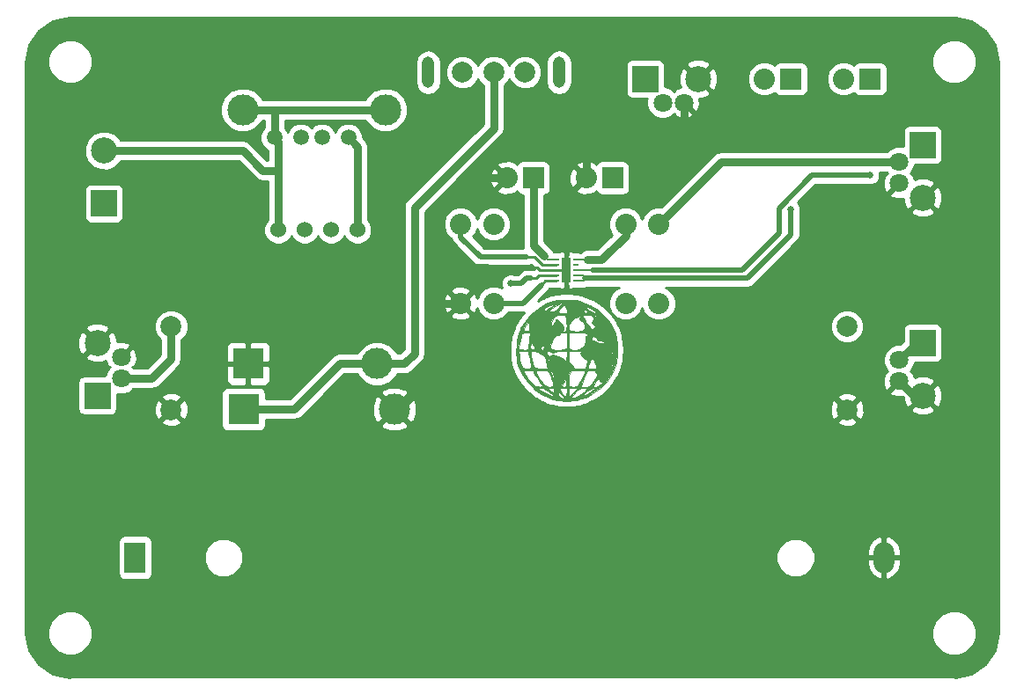
<source format=gbr>
G04 #@! TF.FileFunction,Copper,L1,Top,Signal*
%FSLAX46Y46*%
G04 Gerber Fmt 4.6, Leading zero omitted, Abs format (unit mm)*
G04 Created by KiCad (PCBNEW 4.0.5) date 12/24/17 12:48:09*
%MOMM*%
%LPD*%
G01*
G04 APERTURE LIST*
%ADD10C,0.100000*%
%ADD11C,0.010000*%
%ADD12C,2.032000*%
%ADD13R,0.500000X0.250000*%
%ADD14R,0.840000X2.400000*%
%ADD15R,2.032000X2.032000*%
%ADD16C,0.010000*%
%ADD17R,2.499360X2.499360*%
%ADD18C,2.499360*%
%ADD19R,2.000000X3.000000*%
%ADD20O,2.000000X3.000000*%
%ADD21C,1.800000*%
%ADD22C,2.000000*%
%ADD23O,1.200000X3.000000*%
%ADD24C,3.000000*%
%ADD25R,3.000000X3.000000*%
%ADD26C,1.524000*%
%ADD27C,1.501140*%
%ADD28C,2.999740*%
%ADD29C,0.635000*%
%ADD30C,0.762000*%
%ADD31C,0.200000*%
%ADD32C,0.508000*%
%ADD33C,0.254000*%
G04 APERTURE END LIST*
D10*
D11*
G36*
X53697092Y37715486D02*
X54259908Y37670429D01*
X54734235Y37581807D01*
X54807706Y37560542D01*
X55624578Y37221299D01*
X56373366Y36741203D01*
X56903072Y36265761D01*
X57362128Y35737669D01*
X57708358Y35215757D01*
X57982748Y34635380D01*
X58052661Y34452568D01*
X58161208Y34027991D01*
X58228463Y33495005D01*
X58253724Y32909601D01*
X58236288Y32327766D01*
X58175454Y31805491D01*
X58090268Y31453667D01*
X57718352Y30586657D01*
X57225998Y29830171D01*
X56620541Y29192797D01*
X55909312Y28683122D01*
X55572847Y28505390D01*
X55194794Y28338722D01*
X54812020Y28192788D01*
X54491552Y28092533D01*
X54415332Y28074628D01*
X54057714Y28026357D01*
X53605732Y28000038D01*
X53133094Y27996998D01*
X52713508Y28018564D01*
X52535666Y28040786D01*
X52069855Y28156794D01*
X51549494Y28346168D01*
X51053263Y28577762D01*
X50783875Y28734273D01*
X50218718Y29172924D01*
X50673000Y29172924D01*
X50743788Y29102492D01*
X50933380Y28980474D01*
X51207614Y28827915D01*
X51360137Y28749590D01*
X51724528Y28574621D01*
X51994621Y28459920D01*
X52156182Y28409971D01*
X52194980Y28429259D01*
X52107224Y28514193D01*
X51970753Y28623597D01*
X51891248Y28688426D01*
X52541106Y28688426D01*
X52598397Y28551817D01*
X52708298Y28421632D01*
X52857337Y28300720D01*
X52999111Y28239979D01*
X53088631Y28249067D01*
X53087264Y28264756D01*
X53827409Y28264756D01*
X53869507Y28246848D01*
X53925702Y28264279D01*
X54112329Y28313830D01*
X54185202Y28321000D01*
X54304498Y28369093D01*
X54505601Y28493090D01*
X54616702Y28570855D01*
X54978351Y28570855D01*
X54992151Y28543793D01*
X55104851Y28575532D01*
X55118000Y28580157D01*
X55350427Y28679897D01*
X55630446Y28822799D01*
X55727457Y28877558D01*
X56003293Y29053355D01*
X56124844Y29170826D01*
X56094950Y29234769D01*
X55948496Y29250592D01*
X55708535Y29179632D01*
X55399671Y28966404D01*
X55287333Y28869529D01*
X55073421Y28673754D01*
X54978351Y28570855D01*
X54616702Y28570855D01*
X54747736Y28662572D01*
X54990129Y28847119D01*
X55192007Y29016312D01*
X55312597Y29139730D01*
X55329666Y29174844D01*
X55254142Y29221749D01*
X55063770Y29249292D01*
X54961920Y29252334D01*
X54745331Y29239663D01*
X54585297Y29180409D01*
X54426046Y29042708D01*
X54257977Y28850167D01*
X54012686Y28550620D01*
X53872149Y28360748D01*
X53827409Y28264756D01*
X53087264Y28264756D01*
X53080908Y28337645D01*
X53078401Y28342167D01*
X52944805Y28530738D01*
X52788586Y28690258D01*
X52655855Y28777900D01*
X52608026Y28779061D01*
X52541106Y28688426D01*
X51891248Y28688426D01*
X51758294Y28796836D01*
X51590504Y28934834D01*
X51260333Y29162380D01*
X51157854Y29195000D01*
X51604333Y29195000D01*
X51663398Y29110023D01*
X51811525Y28965503D01*
X51879500Y28906654D01*
X52052547Y28768491D01*
X52137722Y28734615D01*
X52173791Y28796901D01*
X52182528Y28843145D01*
X52183978Y29044541D01*
X52164019Y29131491D01*
X52125566Y29160750D01*
X52705000Y29160750D01*
X52752861Y29060433D01*
X52872633Y28882782D01*
X53028600Y28674282D01*
X53185043Y28481423D01*
X53306245Y28350691D01*
X53350199Y28321000D01*
X53367802Y28397603D01*
X53379474Y28595194D01*
X53382333Y28786667D01*
X53382333Y29252334D01*
X53551666Y29252334D01*
X53555460Y28765500D01*
X53559254Y28278667D01*
X53936460Y28699682D01*
X54127959Y28922596D01*
X54263726Y29098147D01*
X54313666Y29186515D01*
X54237958Y29225776D01*
X54046417Y29249320D01*
X53932666Y29252334D01*
X53551666Y29252334D01*
X53382333Y29252334D01*
X53043666Y29252334D01*
X52831498Y29232022D01*
X52713603Y29181259D01*
X52705000Y29160750D01*
X52125566Y29160750D01*
X52071317Y29202027D01*
X51902297Y29245738D01*
X51726992Y29254678D01*
X51615440Y29220900D01*
X51604333Y29195000D01*
X51157854Y29195000D01*
X50983739Y29250422D01*
X50939446Y29252334D01*
X50755774Y29230319D01*
X50673337Y29176928D01*
X50673000Y29172924D01*
X50218718Y29172924D01*
X50195751Y29190750D01*
X49658538Y29752899D01*
X49200426Y30382189D01*
X48933818Y30882167D01*
X49233983Y30882167D01*
X49288525Y30725396D01*
X49431001Y30486103D01*
X49631223Y30203092D01*
X49858998Y29915169D01*
X50084137Y29661136D01*
X50276450Y29479800D01*
X50373343Y29417705D01*
X50589144Y29361657D01*
X50822227Y29343382D01*
X50997318Y29366324D01*
X51033907Y29387464D01*
X51016774Y29477797D01*
X50920198Y29659151D01*
X50806663Y29831964D01*
X50604561Y30134132D01*
X50407688Y30452562D01*
X50331387Y30585834D01*
X50207949Y30794763D01*
X50168619Y30831794D01*
X50419000Y30831794D01*
X50465288Y30700777D01*
X50586069Y30476784D01*
X50754213Y30202289D01*
X50942591Y29919766D01*
X51124074Y29671691D01*
X51265437Y29506563D01*
X51480938Y29381669D01*
X51734473Y29354284D01*
X51958447Y29423490D01*
X52042560Y29505542D01*
X52934104Y29505542D01*
X52955657Y29381262D01*
X53114158Y29348559D01*
X53157489Y29353325D01*
X53260449Y29387158D01*
X53318260Y29478844D01*
X53346242Y29669513D01*
X53353356Y29822106D01*
X53550959Y29822106D01*
X53559513Y29561565D01*
X53602354Y29401479D01*
X53612014Y29389542D01*
X53726335Y29358290D01*
X53944659Y29349634D01*
X54056514Y29354264D01*
X54250913Y29372130D01*
X54384140Y29416286D01*
X54418281Y29448699D01*
X54785578Y29448699D01*
X54787044Y29409191D01*
X54901653Y29356779D01*
X55112996Y29339176D01*
X55352244Y29355644D01*
X55550570Y29405445D01*
X55576152Y29417646D01*
X55587173Y29427316D01*
X55922333Y29427316D01*
X55985506Y29343722D01*
X56144627Y29342526D01*
X56354094Y29413184D01*
X56568308Y29545154D01*
X56619497Y29588519D01*
X56782695Y29743175D01*
X56828178Y29817088D01*
X56766169Y29840450D01*
X56705500Y29842519D01*
X56551796Y29892851D01*
X56515000Y29972000D01*
X56474622Y30084749D01*
X56440382Y30099000D01*
X56344714Y30035447D01*
X56203618Y29880889D01*
X56058861Y29689480D01*
X55952208Y29515374D01*
X55922333Y29427316D01*
X55587173Y29427316D01*
X55700730Y29526951D01*
X55876473Y29732197D01*
X56046079Y29961813D01*
X56215036Y30215678D01*
X56298541Y30382100D01*
X56310586Y30510693D01*
X56265162Y30651071D01*
X56250158Y30685501D01*
X56160082Y30847840D01*
X56040344Y30923697D01*
X55829513Y30945080D01*
X55750866Y30945667D01*
X55366735Y30945667D01*
X55054582Y30213524D01*
X54923422Y29888224D01*
X54829527Y29620573D01*
X54785578Y29448699D01*
X54418281Y29448699D01*
X54492305Y29518974D01*
X54611516Y29712439D01*
X54748327Y29972000D01*
X54954740Y30371572D01*
X55080378Y30643617D01*
X55119113Y30812601D01*
X55064813Y30902991D01*
X54911350Y30939254D01*
X54652594Y30945855D01*
X54504386Y30945667D01*
X53837029Y30945667D01*
X53694347Y30646461D01*
X53622045Y30420554D01*
X53573026Y30127102D01*
X53550959Y29822106D01*
X53353356Y29822106D01*
X53356397Y29887334D01*
X53360267Y30148649D01*
X53348065Y30253350D01*
X53317355Y30213606D01*
X53300825Y30164768D01*
X53193903Y29928215D01*
X53052748Y29710316D01*
X52934104Y29505542D01*
X52042560Y29505542D01*
X52054561Y29517248D01*
X52080821Y29636477D01*
X52041298Y29832370D01*
X51928649Y30134074D01*
X51857299Y30300415D01*
X51641917Y30790513D01*
X51838638Y30790513D01*
X51892183Y30610742D01*
X51958980Y30437667D01*
X52063430Y30203408D01*
X52145587Y30049673D01*
X52177102Y30014334D01*
X52193029Y30088822D01*
X52182822Y30275869D01*
X52172234Y30365203D01*
X52088194Y30670799D01*
X51941840Y30834798D01*
X51841858Y30859704D01*
X51838638Y30790513D01*
X51641917Y30790513D01*
X51573731Y30945667D01*
X50996365Y30945667D01*
X50668564Y30935859D01*
X50484598Y30903209D01*
X50419930Y30842876D01*
X50419000Y30831794D01*
X50168619Y30831794D01*
X50094567Y30901515D01*
X49929518Y30940383D01*
X49683742Y30945667D01*
X49433660Y30934884D01*
X49270383Y30907156D01*
X49233983Y30882167D01*
X48933818Y30882167D01*
X48849607Y31040089D01*
X48639346Y31665381D01*
X48576905Y32090414D01*
X48549937Y32615934D01*
X48552590Y32818064D01*
X48784938Y32818064D01*
X48836193Y32269182D01*
X48883980Y31924815D01*
X48954670Y31600880D01*
X49013904Y31417650D01*
X49100012Y31238192D01*
X49200206Y31148802D01*
X49371760Y31118198D01*
X49568013Y31115000D01*
X49810627Y31126310D01*
X49964925Y31155257D01*
X49994244Y31178500D01*
X49977674Y31284629D01*
X49934475Y31515777D01*
X49872395Y31831154D01*
X49837447Y32004000D01*
X49730731Y32527368D01*
X49911000Y32527368D01*
X49936688Y32278483D01*
X50002716Y31961942D01*
X50092531Y31638218D01*
X50189578Y31367779D01*
X50268672Y31220834D01*
X50409018Y31158176D01*
X50690505Y31122149D01*
X50941203Y31115000D01*
X51527339Y31115000D01*
X51471597Y31432500D01*
X51401106Y31827936D01*
X51364326Y31993391D01*
X51533217Y31993391D01*
X51554315Y31908828D01*
X51623836Y31815111D01*
X51708708Y31862843D01*
X51762998Y31978429D01*
X51707344Y32061856D01*
X51594548Y32121389D01*
X51552951Y32107841D01*
X51533217Y31993391D01*
X51364326Y31993391D01*
X51342087Y32093427D01*
X51274342Y32265372D01*
X51177673Y32380170D01*
X51031879Y32474222D01*
X50838808Y32572805D01*
X50595592Y32679458D01*
X51466384Y32679458D01*
X51468274Y32674409D01*
X51514835Y32483681D01*
X51519666Y32420409D01*
X51584917Y32325388D01*
X51731607Y32304825D01*
X51886137Y32365072D01*
X51910773Y32386641D01*
X52046410Y32416381D01*
X52276605Y32373892D01*
X52554002Y32279322D01*
X52831245Y32152826D01*
X53060980Y32014553D01*
X53195850Y31884655D01*
X53213000Y31832493D01*
X53259409Y31721224D01*
X53297666Y31707667D01*
X53341910Y31785425D01*
X53372201Y31991407D01*
X53382333Y32258000D01*
X53382333Y32808334D01*
X53551666Y32808334D01*
X53551666Y32229257D01*
X53556747Y31918979D01*
X53581192Y31733883D01*
X53638807Y31629911D01*
X53743398Y31563002D01*
X53763333Y31553739D01*
X53929710Y31417390D01*
X53975000Y31286149D01*
X53989654Y31198464D01*
X54057116Y31147129D01*
X54212633Y31122583D01*
X54491454Y31115265D01*
X54606020Y31115000D01*
X55237040Y31115000D01*
X55418566Y31115000D01*
X55839783Y31115000D01*
X56096064Y31125553D01*
X56222623Y31166367D01*
X56258259Y31251181D01*
X56258307Y31263167D01*
X56206589Y31448846D01*
X56205311Y31451034D01*
X57646576Y31451034D01*
X57662587Y31361578D01*
X57730019Y31313685D01*
X57793654Y31416954D01*
X57849656Y31589660D01*
X57863715Y31662310D01*
X57820366Y31676319D01*
X57732648Y31606935D01*
X57646576Y31451034D01*
X56205311Y31451034D01*
X56137122Y31567730D01*
X56061044Y31738405D01*
X56064206Y31842897D01*
X56059310Y31946679D01*
X56022983Y31961667D01*
X55871556Y31989961D01*
X55803434Y32012607D01*
X55688888Y31997825D01*
X55591584Y31847546D01*
X55503949Y31547570D01*
X55471375Y31390167D01*
X55418566Y31115000D01*
X55237040Y31115000D01*
X55325214Y31432500D01*
X55395803Y31724146D01*
X55403439Y31888262D01*
X55346453Y31955172D01*
X55296104Y31961667D01*
X55179553Y32014460D01*
X55026361Y32145223D01*
X54872443Y32312535D01*
X54788536Y32427334D01*
X57869666Y32427334D01*
X57912000Y32385000D01*
X57954333Y32427334D01*
X57912000Y32469667D01*
X57869666Y32427334D01*
X54788536Y32427334D01*
X54753715Y32474975D01*
X54706091Y32591121D01*
X54724624Y32620764D01*
X54780721Y32671797D01*
X57644770Y32671797D01*
X57658000Y32639000D01*
X57734082Y32558230D01*
X57747663Y32554334D01*
X57784029Y32619840D01*
X57785000Y32639000D01*
X57719912Y32720414D01*
X57695336Y32723667D01*
X57644770Y32671797D01*
X54780721Y32671797D01*
X54816655Y32704487D01*
X54821666Y32730723D01*
X54743925Y32767819D01*
X54538281Y32795261D01*
X54246101Y32807994D01*
X54186666Y32808334D01*
X53551666Y32808334D01*
X53382333Y32808334D01*
X52920650Y32808334D01*
X52614532Y32790068D01*
X52345414Y32743472D01*
X52241020Y32709030D01*
X52052458Y32652104D01*
X51930080Y32702893D01*
X51923770Y32709030D01*
X51765088Y32787759D01*
X51620674Y32808334D01*
X51474802Y32779668D01*
X51466384Y32679458D01*
X50595592Y32679458D01*
X50549173Y32699813D01*
X50283587Y32784923D01*
X50143833Y32806915D01*
X49984115Y32787594D01*
X49920885Y32692649D01*
X49911000Y32527368D01*
X49730731Y32527368D01*
X49682072Y32766000D01*
X48784938Y32818064D01*
X48552590Y32818064D01*
X48557311Y33177567D01*
X48559624Y33207964D01*
X48785497Y33207964D01*
X48806394Y33059865D01*
X48885192Y32978116D01*
X48886061Y32977606D01*
X49089329Y32915376D01*
X49348550Y32899567D01*
X49572209Y32932618D01*
X49627825Y32957844D01*
X49677381Y33065407D01*
X49693695Y33142236D01*
X49884937Y33142236D01*
X49924810Y33004114D01*
X49928873Y32998834D01*
X50046275Y32903267D01*
X50182733Y32935763D01*
X50239003Y32969285D01*
X50302879Y33044943D01*
X50287834Y33110320D01*
X50889062Y33110320D01*
X50889805Y32966945D01*
X50910913Y32937310D01*
X51043584Y32899362D01*
X51179375Y32978643D01*
X51250388Y33126699D01*
X51244515Y33178045D01*
X51435000Y33178045D01*
X51461461Y33010697D01*
X51519519Y32931850D01*
X51577186Y32973602D01*
X51591106Y33021398D01*
X51568122Y33196163D01*
X51527606Y33257594D01*
X51454729Y33288348D01*
X51435000Y33178045D01*
X51244515Y33178045D01*
X51233257Y33276468D01*
X51153582Y33302684D01*
X51785180Y33302684D01*
X51789829Y33100141D01*
X51906744Y32970755D01*
X51964166Y32952753D01*
X52317645Y32912873D01*
X52719986Y32907651D01*
X53072067Y32937676D01*
X53117750Y32945917D01*
X53382333Y32998834D01*
X53382333Y33791073D01*
X53551666Y33791073D01*
X53553744Y33400216D01*
X53575852Y33147636D01*
X53641797Y33002318D01*
X53775390Y32933249D01*
X54000439Y32909414D01*
X54233557Y32902822D01*
X54492354Y32914249D01*
X54679578Y32987911D01*
X54811176Y33102102D01*
X57383564Y33102102D01*
X57400518Y33067967D01*
X57481251Y32980434D01*
X57496102Y33042163D01*
X57475549Y33108319D01*
X57413216Y33200525D01*
X57385062Y33198618D01*
X57383564Y33102102D01*
X54811176Y33102102D01*
X54875952Y33158309D01*
X54908060Y33191116D01*
X55089003Y33402478D01*
X55169280Y33591122D01*
X55181678Y33838562D01*
X55180501Y33868449D01*
X55181299Y33926730D01*
X55685321Y33926730D01*
X55709100Y33845774D01*
X55869633Y33824334D01*
X56070176Y33775818D01*
X56172410Y33702061D01*
X56320490Y33611846D01*
X56550092Y33551314D01*
X56584944Y33546960D01*
X56808011Y33521692D01*
X56953840Y33502057D01*
X56965708Y33499900D01*
X57011194Y33554657D01*
X57007311Y33633834D01*
X56992376Y33655000D01*
X57192333Y33655000D01*
X57221220Y33572535D01*
X57229669Y33570334D01*
X57301955Y33629663D01*
X57319333Y33655000D01*
X57312620Y33733019D01*
X57281996Y33739667D01*
X57195778Y33678207D01*
X57192333Y33655000D01*
X56992376Y33655000D01*
X56933036Y33739094D01*
X56739072Y33795588D01*
X56613044Y33808380D01*
X56374233Y33843200D01*
X56285523Y33906660D01*
X56289574Y33946010D01*
X56255136Y34059820D01*
X56135427Y34146945D01*
X55957812Y34189987D01*
X55818126Y34103121D01*
X55803461Y34087315D01*
X55685321Y33926730D01*
X55181299Y33926730D01*
X55183853Y34112971D01*
X55229123Y34226715D01*
X55295373Y34247667D01*
X55394907Y34311249D01*
X55398371Y34395834D01*
X55365271Y34462773D01*
X55276673Y34508224D01*
X55102947Y34537629D01*
X54814464Y34556429D01*
X54460829Y34568032D01*
X53551666Y34592063D01*
X53551666Y33791073D01*
X53382333Y33791073D01*
X53382333Y34586334D01*
X53095058Y34586334D01*
X52863808Y34549065D01*
X52759048Y34459334D01*
X52648337Y34346742D01*
X52585019Y34332334D01*
X52428616Y34272147D01*
X52243276Y34128434D01*
X52088792Y33956469D01*
X52024973Y33814625D01*
X51974675Y33658379D01*
X51897973Y33532985D01*
X51785180Y33302684D01*
X51153582Y33302684D01*
X51112096Y33316334D01*
X50976623Y33252148D01*
X50889062Y33110320D01*
X50287834Y33110320D01*
X50274278Y33169224D01*
X50199582Y33306656D01*
X50082997Y33480210D01*
X49996641Y33567782D01*
X49987282Y33570334D01*
X49923640Y33498412D01*
X49887036Y33331358D01*
X49884937Y33142236D01*
X49693695Y33142236D01*
X49727563Y33301728D01*
X49770771Y33626435D01*
X49786912Y33803215D01*
X49848174Y34586334D01*
X49469655Y34586334D01*
X49233298Y34577369D01*
X49106673Y34521679D01*
X49030218Y34376066D01*
X48986063Y34235631D01*
X48905686Y33923920D01*
X48832803Y33572176D01*
X48815556Y33470995D01*
X48785497Y33207964D01*
X48559624Y33207964D01*
X48597899Y33710937D01*
X48670568Y34151670D01*
X48683938Y34204956D01*
X48903549Y34789058D01*
X49273187Y34789058D01*
X49366969Y34698390D01*
X49551782Y34711235D01*
X49725112Y34758711D01*
X49800618Y34786397D01*
X49799016Y34872030D01*
X49776284Y35072264D01*
X49755009Y35224015D01*
X49740683Y35320327D01*
X51874488Y35320327D01*
X51965534Y35266732D01*
X52018608Y35263667D01*
X52185335Y35337955D01*
X52271548Y35550896D01*
X52281666Y35693925D01*
X52325916Y35835392D01*
X52440883Y35856446D01*
X52599893Y35775200D01*
X52776272Y35609766D01*
X52943345Y35378253D01*
X53045090Y35175563D01*
X53112016Y34973886D01*
X53092459Y34877774D01*
X53059868Y34859846D01*
X52995220Y34782189D01*
X53005802Y34748436D01*
X53065564Y34680420D01*
X53162017Y34690737D01*
X53248408Y34722392D01*
X53341986Y34847265D01*
X53378629Y35099698D01*
X53551666Y35099698D01*
X53563443Y34882739D01*
X53625922Y34780438D01*
X53779828Y34738413D01*
X53826833Y34732248D01*
X54370063Y34686185D01*
X54760438Y34701514D01*
X54995679Y34778100D01*
X55027285Y34804048D01*
X55127702Y34996343D01*
X55138391Y35236214D01*
X55073344Y35467973D01*
X54946555Y35635935D01*
X54805419Y35687000D01*
X54654837Y35744813D01*
X54585161Y35872876D01*
X54625535Y36003127D01*
X54658710Y36029609D01*
X54726352Y36123199D01*
X54709530Y36166025D01*
X54596498Y36177911D01*
X54480298Y36128295D01*
X54297341Y36045137D01*
X54196178Y36025667D01*
X54080805Y35958486D01*
X53940633Y35791106D01*
X53901551Y35729334D01*
X53771791Y35542729D01*
X53662110Y35439947D01*
X53639188Y35433000D01*
X53584025Y35357975D01*
X53553689Y35170889D01*
X53551666Y35099698D01*
X53378629Y35099698D01*
X53382021Y35123064D01*
X53367831Y35539842D01*
X53328491Y35886850D01*
X53285091Y36203492D01*
X54919764Y36203492D01*
X54954982Y36100163D01*
X55033333Y36025667D01*
X55134963Y35861164D01*
X55160333Y35720919D01*
X55235321Y35513531D01*
X55372000Y35382881D01*
X55523669Y35252984D01*
X55583666Y35143863D01*
X55650276Y34971781D01*
X55806635Y34900250D01*
X55930588Y34929419D01*
X56079356Y35032496D01*
X56129720Y35087410D01*
X56102411Y35179000D01*
X56388000Y35179000D01*
X56394712Y35100982D01*
X56425336Y35094334D01*
X56511554Y35155794D01*
X56515000Y35179000D01*
X56486113Y35261466D01*
X56477663Y35263667D01*
X56405377Y35204338D01*
X56388000Y35179000D01*
X56102411Y35179000D01*
X56101259Y35182862D01*
X55969037Y35315275D01*
X55945082Y35333332D01*
X55874082Y35390667D01*
X56599666Y35390667D01*
X56642000Y35348334D01*
X56684333Y35390667D01*
X56642000Y35433000D01*
X56599666Y35390667D01*
X55874082Y35390667D01*
X55794586Y35454862D01*
X55784381Y35489445D01*
X56881888Y35489445D01*
X56893511Y35439111D01*
X56938333Y35433000D01*
X57008023Y35463979D01*
X56994777Y35489445D01*
X56894298Y35499578D01*
X56881888Y35489445D01*
X55784381Y35489445D01*
X55768797Y35542250D01*
X55843708Y35644667D01*
X56430333Y35644667D01*
X56472666Y35602334D01*
X56515000Y35644667D01*
X56472666Y35687000D01*
X56430333Y35644667D01*
X55843708Y35644667D01*
X55852136Y35656189D01*
X55859979Y35664878D01*
X55985291Y35838047D01*
X55976928Y35979093D01*
X55866877Y36124834D01*
X55700756Y36227501D01*
X56035769Y36227501D01*
X56049333Y36195000D01*
X56161492Y36113495D01*
X56186326Y36110334D01*
X56232230Y36162500D01*
X56218666Y36195000D01*
X56106507Y36276506D01*
X56081673Y36279667D01*
X56035769Y36227501D01*
X55700756Y36227501D01*
X55686661Y36236212D01*
X55391514Y36278557D01*
X55316544Y36279667D01*
X55038276Y36261524D01*
X54919764Y36203492D01*
X53285091Y36203492D01*
X53274650Y36279667D01*
X52833614Y36279667D01*
X52532097Y36259136D01*
X52322420Y36175285D01*
X52155259Y35994727D01*
X51995543Y35712372D01*
X51884929Y35460368D01*
X51874488Y35320327D01*
X49740683Y35320327D01*
X49706692Y35548826D01*
X51609958Y35548826D01*
X51675409Y35517667D01*
X51757116Y35586324D01*
X51851828Y35748868D01*
X51919242Y35905415D01*
X51900567Y35923775D01*
X51780751Y35820413D01*
X51638761Y35659177D01*
X51609958Y35548826D01*
X49706692Y35548826D01*
X49692434Y35644667D01*
X49457015Y35276956D01*
X49302795Y34984346D01*
X49273187Y34789058D01*
X48903549Y34789058D01*
X48975444Y34980275D01*
X49412688Y35698426D01*
X49976433Y36340418D01*
X50215087Y36534911D01*
X52535666Y36534911D01*
X52611811Y36485904D01*
X52806502Y36454799D01*
X52959000Y36449000D01*
X53382333Y36449000D01*
X53382333Y36618334D01*
X54991000Y36618334D01*
X55040608Y36485549D01*
X55202666Y36449000D01*
X55361797Y36476970D01*
X55414333Y36530688D01*
X55348773Y36624343D01*
X55204291Y36727295D01*
X55059188Y36785950D01*
X55038899Y36787667D01*
X54999927Y36716487D01*
X54991000Y36618334D01*
X53382333Y36618334D01*
X53382333Y36734967D01*
X53343170Y36969313D01*
X53278133Y37080445D01*
X55119532Y37080445D01*
X55190728Y36977948D01*
X55340504Y36840193D01*
X55535442Y36692935D01*
X55742126Y36561929D01*
X55927140Y36472930D01*
X56033163Y36449230D01*
X56191810Y36474131D01*
X56217576Y36535431D01*
X56105617Y36635749D01*
X55894101Y36773982D01*
X55637334Y36920002D01*
X55389626Y37043683D01*
X55205283Y37114898D01*
X55160333Y37121929D01*
X55119532Y37080445D01*
X53278133Y37080445D01*
X53247465Y37132848D01*
X53246016Y37134066D01*
X53148962Y37185295D01*
X53043608Y37148697D01*
X52888403Y37004637D01*
X52822683Y36934010D01*
X52656805Y36737098D01*
X52553145Y36583434D01*
X52535666Y36534911D01*
X50215087Y36534911D01*
X50319945Y36620365D01*
X51666029Y36620365D01*
X51690768Y36579847D01*
X51850419Y36573257D01*
X51933226Y36575047D01*
X52129262Y36596248D01*
X52292850Y36668181D01*
X52472220Y36820529D01*
X52663047Y37024208D01*
X52846939Y37239642D01*
X52962289Y37396670D01*
X52986627Y37464339D01*
X52983031Y37465000D01*
X52865807Y37421508D01*
X52653745Y37309138D01*
X52391472Y37155052D01*
X52123613Y36986411D01*
X51894796Y36830376D01*
X51750191Y36714647D01*
X51666029Y36620365D01*
X50319945Y36620365D01*
X50547625Y36805913D01*
X51146218Y36805913D01*
X51184602Y36740994D01*
X51243826Y36679709D01*
X51310695Y36664337D01*
X51417748Y36708132D01*
X51597524Y36824349D01*
X51879500Y37024052D01*
X52094929Y37182856D01*
X52240881Y37299628D01*
X52281666Y37342187D01*
X52212141Y37339036D01*
X52035257Y37284942D01*
X51798553Y37197377D01*
X51549567Y37093814D01*
X51353967Y37001213D01*
X51181984Y36894370D01*
X51146218Y36805913D01*
X50547625Y36805913D01*
X50647445Y36887261D01*
X51406487Y37319966D01*
X52106533Y37583843D01*
X52557522Y37672735D01*
X53108670Y37716435D01*
X53697092Y37715486D01*
X53697092Y37715486D01*
G37*
X53697092Y37715486D02*
X54259908Y37670429D01*
X54734235Y37581807D01*
X54807706Y37560542D01*
X55624578Y37221299D01*
X56373366Y36741203D01*
X56903072Y36265761D01*
X57362128Y35737669D01*
X57708358Y35215757D01*
X57982748Y34635380D01*
X58052661Y34452568D01*
X58161208Y34027991D01*
X58228463Y33495005D01*
X58253724Y32909601D01*
X58236288Y32327766D01*
X58175454Y31805491D01*
X58090268Y31453667D01*
X57718352Y30586657D01*
X57225998Y29830171D01*
X56620541Y29192797D01*
X55909312Y28683122D01*
X55572847Y28505390D01*
X55194794Y28338722D01*
X54812020Y28192788D01*
X54491552Y28092533D01*
X54415332Y28074628D01*
X54057714Y28026357D01*
X53605732Y28000038D01*
X53133094Y27996998D01*
X52713508Y28018564D01*
X52535666Y28040786D01*
X52069855Y28156794D01*
X51549494Y28346168D01*
X51053263Y28577762D01*
X50783875Y28734273D01*
X50218718Y29172924D01*
X50673000Y29172924D01*
X50743788Y29102492D01*
X50933380Y28980474D01*
X51207614Y28827915D01*
X51360137Y28749590D01*
X51724528Y28574621D01*
X51994621Y28459920D01*
X52156182Y28409971D01*
X52194980Y28429259D01*
X52107224Y28514193D01*
X51970753Y28623597D01*
X51891248Y28688426D01*
X52541106Y28688426D01*
X52598397Y28551817D01*
X52708298Y28421632D01*
X52857337Y28300720D01*
X52999111Y28239979D01*
X53088631Y28249067D01*
X53087264Y28264756D01*
X53827409Y28264756D01*
X53869507Y28246848D01*
X53925702Y28264279D01*
X54112329Y28313830D01*
X54185202Y28321000D01*
X54304498Y28369093D01*
X54505601Y28493090D01*
X54616702Y28570855D01*
X54978351Y28570855D01*
X54992151Y28543793D01*
X55104851Y28575532D01*
X55118000Y28580157D01*
X55350427Y28679897D01*
X55630446Y28822799D01*
X55727457Y28877558D01*
X56003293Y29053355D01*
X56124844Y29170826D01*
X56094950Y29234769D01*
X55948496Y29250592D01*
X55708535Y29179632D01*
X55399671Y28966404D01*
X55287333Y28869529D01*
X55073421Y28673754D01*
X54978351Y28570855D01*
X54616702Y28570855D01*
X54747736Y28662572D01*
X54990129Y28847119D01*
X55192007Y29016312D01*
X55312597Y29139730D01*
X55329666Y29174844D01*
X55254142Y29221749D01*
X55063770Y29249292D01*
X54961920Y29252334D01*
X54745331Y29239663D01*
X54585297Y29180409D01*
X54426046Y29042708D01*
X54257977Y28850167D01*
X54012686Y28550620D01*
X53872149Y28360748D01*
X53827409Y28264756D01*
X53087264Y28264756D01*
X53080908Y28337645D01*
X53078401Y28342167D01*
X52944805Y28530738D01*
X52788586Y28690258D01*
X52655855Y28777900D01*
X52608026Y28779061D01*
X52541106Y28688426D01*
X51891248Y28688426D01*
X51758294Y28796836D01*
X51590504Y28934834D01*
X51260333Y29162380D01*
X51157854Y29195000D01*
X51604333Y29195000D01*
X51663398Y29110023D01*
X51811525Y28965503D01*
X51879500Y28906654D01*
X52052547Y28768491D01*
X52137722Y28734615D01*
X52173791Y28796901D01*
X52182528Y28843145D01*
X52183978Y29044541D01*
X52164019Y29131491D01*
X52125566Y29160750D01*
X52705000Y29160750D01*
X52752861Y29060433D01*
X52872633Y28882782D01*
X53028600Y28674282D01*
X53185043Y28481423D01*
X53306245Y28350691D01*
X53350199Y28321000D01*
X53367802Y28397603D01*
X53379474Y28595194D01*
X53382333Y28786667D01*
X53382333Y29252334D01*
X53551666Y29252334D01*
X53555460Y28765500D01*
X53559254Y28278667D01*
X53936460Y28699682D01*
X54127959Y28922596D01*
X54263726Y29098147D01*
X54313666Y29186515D01*
X54237958Y29225776D01*
X54046417Y29249320D01*
X53932666Y29252334D01*
X53551666Y29252334D01*
X53382333Y29252334D01*
X53043666Y29252334D01*
X52831498Y29232022D01*
X52713603Y29181259D01*
X52705000Y29160750D01*
X52125566Y29160750D01*
X52071317Y29202027D01*
X51902297Y29245738D01*
X51726992Y29254678D01*
X51615440Y29220900D01*
X51604333Y29195000D01*
X51157854Y29195000D01*
X50983739Y29250422D01*
X50939446Y29252334D01*
X50755774Y29230319D01*
X50673337Y29176928D01*
X50673000Y29172924D01*
X50218718Y29172924D01*
X50195751Y29190750D01*
X49658538Y29752899D01*
X49200426Y30382189D01*
X48933818Y30882167D01*
X49233983Y30882167D01*
X49288525Y30725396D01*
X49431001Y30486103D01*
X49631223Y30203092D01*
X49858998Y29915169D01*
X50084137Y29661136D01*
X50276450Y29479800D01*
X50373343Y29417705D01*
X50589144Y29361657D01*
X50822227Y29343382D01*
X50997318Y29366324D01*
X51033907Y29387464D01*
X51016774Y29477797D01*
X50920198Y29659151D01*
X50806663Y29831964D01*
X50604561Y30134132D01*
X50407688Y30452562D01*
X50331387Y30585834D01*
X50207949Y30794763D01*
X50168619Y30831794D01*
X50419000Y30831794D01*
X50465288Y30700777D01*
X50586069Y30476784D01*
X50754213Y30202289D01*
X50942591Y29919766D01*
X51124074Y29671691D01*
X51265437Y29506563D01*
X51480938Y29381669D01*
X51734473Y29354284D01*
X51958447Y29423490D01*
X52042560Y29505542D01*
X52934104Y29505542D01*
X52955657Y29381262D01*
X53114158Y29348559D01*
X53157489Y29353325D01*
X53260449Y29387158D01*
X53318260Y29478844D01*
X53346242Y29669513D01*
X53353356Y29822106D01*
X53550959Y29822106D01*
X53559513Y29561565D01*
X53602354Y29401479D01*
X53612014Y29389542D01*
X53726335Y29358290D01*
X53944659Y29349634D01*
X54056514Y29354264D01*
X54250913Y29372130D01*
X54384140Y29416286D01*
X54418281Y29448699D01*
X54785578Y29448699D01*
X54787044Y29409191D01*
X54901653Y29356779D01*
X55112996Y29339176D01*
X55352244Y29355644D01*
X55550570Y29405445D01*
X55576152Y29417646D01*
X55587173Y29427316D01*
X55922333Y29427316D01*
X55985506Y29343722D01*
X56144627Y29342526D01*
X56354094Y29413184D01*
X56568308Y29545154D01*
X56619497Y29588519D01*
X56782695Y29743175D01*
X56828178Y29817088D01*
X56766169Y29840450D01*
X56705500Y29842519D01*
X56551796Y29892851D01*
X56515000Y29972000D01*
X56474622Y30084749D01*
X56440382Y30099000D01*
X56344714Y30035447D01*
X56203618Y29880889D01*
X56058861Y29689480D01*
X55952208Y29515374D01*
X55922333Y29427316D01*
X55587173Y29427316D01*
X55700730Y29526951D01*
X55876473Y29732197D01*
X56046079Y29961813D01*
X56215036Y30215678D01*
X56298541Y30382100D01*
X56310586Y30510693D01*
X56265162Y30651071D01*
X56250158Y30685501D01*
X56160082Y30847840D01*
X56040344Y30923697D01*
X55829513Y30945080D01*
X55750866Y30945667D01*
X55366735Y30945667D01*
X55054582Y30213524D01*
X54923422Y29888224D01*
X54829527Y29620573D01*
X54785578Y29448699D01*
X54418281Y29448699D01*
X54492305Y29518974D01*
X54611516Y29712439D01*
X54748327Y29972000D01*
X54954740Y30371572D01*
X55080378Y30643617D01*
X55119113Y30812601D01*
X55064813Y30902991D01*
X54911350Y30939254D01*
X54652594Y30945855D01*
X54504386Y30945667D01*
X53837029Y30945667D01*
X53694347Y30646461D01*
X53622045Y30420554D01*
X53573026Y30127102D01*
X53550959Y29822106D01*
X53353356Y29822106D01*
X53356397Y29887334D01*
X53360267Y30148649D01*
X53348065Y30253350D01*
X53317355Y30213606D01*
X53300825Y30164768D01*
X53193903Y29928215D01*
X53052748Y29710316D01*
X52934104Y29505542D01*
X52042560Y29505542D01*
X52054561Y29517248D01*
X52080821Y29636477D01*
X52041298Y29832370D01*
X51928649Y30134074D01*
X51857299Y30300415D01*
X51641917Y30790513D01*
X51838638Y30790513D01*
X51892183Y30610742D01*
X51958980Y30437667D01*
X52063430Y30203408D01*
X52145587Y30049673D01*
X52177102Y30014334D01*
X52193029Y30088822D01*
X52182822Y30275869D01*
X52172234Y30365203D01*
X52088194Y30670799D01*
X51941840Y30834798D01*
X51841858Y30859704D01*
X51838638Y30790513D01*
X51641917Y30790513D01*
X51573731Y30945667D01*
X50996365Y30945667D01*
X50668564Y30935859D01*
X50484598Y30903209D01*
X50419930Y30842876D01*
X50419000Y30831794D01*
X50168619Y30831794D01*
X50094567Y30901515D01*
X49929518Y30940383D01*
X49683742Y30945667D01*
X49433660Y30934884D01*
X49270383Y30907156D01*
X49233983Y30882167D01*
X48933818Y30882167D01*
X48849607Y31040089D01*
X48639346Y31665381D01*
X48576905Y32090414D01*
X48549937Y32615934D01*
X48552590Y32818064D01*
X48784938Y32818064D01*
X48836193Y32269182D01*
X48883980Y31924815D01*
X48954670Y31600880D01*
X49013904Y31417650D01*
X49100012Y31238192D01*
X49200206Y31148802D01*
X49371760Y31118198D01*
X49568013Y31115000D01*
X49810627Y31126310D01*
X49964925Y31155257D01*
X49994244Y31178500D01*
X49977674Y31284629D01*
X49934475Y31515777D01*
X49872395Y31831154D01*
X49837447Y32004000D01*
X49730731Y32527368D01*
X49911000Y32527368D01*
X49936688Y32278483D01*
X50002716Y31961942D01*
X50092531Y31638218D01*
X50189578Y31367779D01*
X50268672Y31220834D01*
X50409018Y31158176D01*
X50690505Y31122149D01*
X50941203Y31115000D01*
X51527339Y31115000D01*
X51471597Y31432500D01*
X51401106Y31827936D01*
X51364326Y31993391D01*
X51533217Y31993391D01*
X51554315Y31908828D01*
X51623836Y31815111D01*
X51708708Y31862843D01*
X51762998Y31978429D01*
X51707344Y32061856D01*
X51594548Y32121389D01*
X51552951Y32107841D01*
X51533217Y31993391D01*
X51364326Y31993391D01*
X51342087Y32093427D01*
X51274342Y32265372D01*
X51177673Y32380170D01*
X51031879Y32474222D01*
X50838808Y32572805D01*
X50595592Y32679458D01*
X51466384Y32679458D01*
X51468274Y32674409D01*
X51514835Y32483681D01*
X51519666Y32420409D01*
X51584917Y32325388D01*
X51731607Y32304825D01*
X51886137Y32365072D01*
X51910773Y32386641D01*
X52046410Y32416381D01*
X52276605Y32373892D01*
X52554002Y32279322D01*
X52831245Y32152826D01*
X53060980Y32014553D01*
X53195850Y31884655D01*
X53213000Y31832493D01*
X53259409Y31721224D01*
X53297666Y31707667D01*
X53341910Y31785425D01*
X53372201Y31991407D01*
X53382333Y32258000D01*
X53382333Y32808334D01*
X53551666Y32808334D01*
X53551666Y32229257D01*
X53556747Y31918979D01*
X53581192Y31733883D01*
X53638807Y31629911D01*
X53743398Y31563002D01*
X53763333Y31553739D01*
X53929710Y31417390D01*
X53975000Y31286149D01*
X53989654Y31198464D01*
X54057116Y31147129D01*
X54212633Y31122583D01*
X54491454Y31115265D01*
X54606020Y31115000D01*
X55237040Y31115000D01*
X55418566Y31115000D01*
X55839783Y31115000D01*
X56096064Y31125553D01*
X56222623Y31166367D01*
X56258259Y31251181D01*
X56258307Y31263167D01*
X56206589Y31448846D01*
X56205311Y31451034D01*
X57646576Y31451034D01*
X57662587Y31361578D01*
X57730019Y31313685D01*
X57793654Y31416954D01*
X57849656Y31589660D01*
X57863715Y31662310D01*
X57820366Y31676319D01*
X57732648Y31606935D01*
X57646576Y31451034D01*
X56205311Y31451034D01*
X56137122Y31567730D01*
X56061044Y31738405D01*
X56064206Y31842897D01*
X56059310Y31946679D01*
X56022983Y31961667D01*
X55871556Y31989961D01*
X55803434Y32012607D01*
X55688888Y31997825D01*
X55591584Y31847546D01*
X55503949Y31547570D01*
X55471375Y31390167D01*
X55418566Y31115000D01*
X55237040Y31115000D01*
X55325214Y31432500D01*
X55395803Y31724146D01*
X55403439Y31888262D01*
X55346453Y31955172D01*
X55296104Y31961667D01*
X55179553Y32014460D01*
X55026361Y32145223D01*
X54872443Y32312535D01*
X54788536Y32427334D01*
X57869666Y32427334D01*
X57912000Y32385000D01*
X57954333Y32427334D01*
X57912000Y32469667D01*
X57869666Y32427334D01*
X54788536Y32427334D01*
X54753715Y32474975D01*
X54706091Y32591121D01*
X54724624Y32620764D01*
X54780721Y32671797D01*
X57644770Y32671797D01*
X57658000Y32639000D01*
X57734082Y32558230D01*
X57747663Y32554334D01*
X57784029Y32619840D01*
X57785000Y32639000D01*
X57719912Y32720414D01*
X57695336Y32723667D01*
X57644770Y32671797D01*
X54780721Y32671797D01*
X54816655Y32704487D01*
X54821666Y32730723D01*
X54743925Y32767819D01*
X54538281Y32795261D01*
X54246101Y32807994D01*
X54186666Y32808334D01*
X53551666Y32808334D01*
X53382333Y32808334D01*
X52920650Y32808334D01*
X52614532Y32790068D01*
X52345414Y32743472D01*
X52241020Y32709030D01*
X52052458Y32652104D01*
X51930080Y32702893D01*
X51923770Y32709030D01*
X51765088Y32787759D01*
X51620674Y32808334D01*
X51474802Y32779668D01*
X51466384Y32679458D01*
X50595592Y32679458D01*
X50549173Y32699813D01*
X50283587Y32784923D01*
X50143833Y32806915D01*
X49984115Y32787594D01*
X49920885Y32692649D01*
X49911000Y32527368D01*
X49730731Y32527368D01*
X49682072Y32766000D01*
X48784938Y32818064D01*
X48552590Y32818064D01*
X48557311Y33177567D01*
X48559624Y33207964D01*
X48785497Y33207964D01*
X48806394Y33059865D01*
X48885192Y32978116D01*
X48886061Y32977606D01*
X49089329Y32915376D01*
X49348550Y32899567D01*
X49572209Y32932618D01*
X49627825Y32957844D01*
X49677381Y33065407D01*
X49693695Y33142236D01*
X49884937Y33142236D01*
X49924810Y33004114D01*
X49928873Y32998834D01*
X50046275Y32903267D01*
X50182733Y32935763D01*
X50239003Y32969285D01*
X50302879Y33044943D01*
X50287834Y33110320D01*
X50889062Y33110320D01*
X50889805Y32966945D01*
X50910913Y32937310D01*
X51043584Y32899362D01*
X51179375Y32978643D01*
X51250388Y33126699D01*
X51244515Y33178045D01*
X51435000Y33178045D01*
X51461461Y33010697D01*
X51519519Y32931850D01*
X51577186Y32973602D01*
X51591106Y33021398D01*
X51568122Y33196163D01*
X51527606Y33257594D01*
X51454729Y33288348D01*
X51435000Y33178045D01*
X51244515Y33178045D01*
X51233257Y33276468D01*
X51153582Y33302684D01*
X51785180Y33302684D01*
X51789829Y33100141D01*
X51906744Y32970755D01*
X51964166Y32952753D01*
X52317645Y32912873D01*
X52719986Y32907651D01*
X53072067Y32937676D01*
X53117750Y32945917D01*
X53382333Y32998834D01*
X53382333Y33791073D01*
X53551666Y33791073D01*
X53553744Y33400216D01*
X53575852Y33147636D01*
X53641797Y33002318D01*
X53775390Y32933249D01*
X54000439Y32909414D01*
X54233557Y32902822D01*
X54492354Y32914249D01*
X54679578Y32987911D01*
X54811176Y33102102D01*
X57383564Y33102102D01*
X57400518Y33067967D01*
X57481251Y32980434D01*
X57496102Y33042163D01*
X57475549Y33108319D01*
X57413216Y33200525D01*
X57385062Y33198618D01*
X57383564Y33102102D01*
X54811176Y33102102D01*
X54875952Y33158309D01*
X54908060Y33191116D01*
X55089003Y33402478D01*
X55169280Y33591122D01*
X55181678Y33838562D01*
X55180501Y33868449D01*
X55181299Y33926730D01*
X55685321Y33926730D01*
X55709100Y33845774D01*
X55869633Y33824334D01*
X56070176Y33775818D01*
X56172410Y33702061D01*
X56320490Y33611846D01*
X56550092Y33551314D01*
X56584944Y33546960D01*
X56808011Y33521692D01*
X56953840Y33502057D01*
X56965708Y33499900D01*
X57011194Y33554657D01*
X57007311Y33633834D01*
X56992376Y33655000D01*
X57192333Y33655000D01*
X57221220Y33572535D01*
X57229669Y33570334D01*
X57301955Y33629663D01*
X57319333Y33655000D01*
X57312620Y33733019D01*
X57281996Y33739667D01*
X57195778Y33678207D01*
X57192333Y33655000D01*
X56992376Y33655000D01*
X56933036Y33739094D01*
X56739072Y33795588D01*
X56613044Y33808380D01*
X56374233Y33843200D01*
X56285523Y33906660D01*
X56289574Y33946010D01*
X56255136Y34059820D01*
X56135427Y34146945D01*
X55957812Y34189987D01*
X55818126Y34103121D01*
X55803461Y34087315D01*
X55685321Y33926730D01*
X55181299Y33926730D01*
X55183853Y34112971D01*
X55229123Y34226715D01*
X55295373Y34247667D01*
X55394907Y34311249D01*
X55398371Y34395834D01*
X55365271Y34462773D01*
X55276673Y34508224D01*
X55102947Y34537629D01*
X54814464Y34556429D01*
X54460829Y34568032D01*
X53551666Y34592063D01*
X53551666Y33791073D01*
X53382333Y33791073D01*
X53382333Y34586334D01*
X53095058Y34586334D01*
X52863808Y34549065D01*
X52759048Y34459334D01*
X52648337Y34346742D01*
X52585019Y34332334D01*
X52428616Y34272147D01*
X52243276Y34128434D01*
X52088792Y33956469D01*
X52024973Y33814625D01*
X51974675Y33658379D01*
X51897973Y33532985D01*
X51785180Y33302684D01*
X51153582Y33302684D01*
X51112096Y33316334D01*
X50976623Y33252148D01*
X50889062Y33110320D01*
X50287834Y33110320D01*
X50274278Y33169224D01*
X50199582Y33306656D01*
X50082997Y33480210D01*
X49996641Y33567782D01*
X49987282Y33570334D01*
X49923640Y33498412D01*
X49887036Y33331358D01*
X49884937Y33142236D01*
X49693695Y33142236D01*
X49727563Y33301728D01*
X49770771Y33626435D01*
X49786912Y33803215D01*
X49848174Y34586334D01*
X49469655Y34586334D01*
X49233298Y34577369D01*
X49106673Y34521679D01*
X49030218Y34376066D01*
X48986063Y34235631D01*
X48905686Y33923920D01*
X48832803Y33572176D01*
X48815556Y33470995D01*
X48785497Y33207964D01*
X48559624Y33207964D01*
X48597899Y33710937D01*
X48670568Y34151670D01*
X48683938Y34204956D01*
X48903549Y34789058D01*
X49273187Y34789058D01*
X49366969Y34698390D01*
X49551782Y34711235D01*
X49725112Y34758711D01*
X49800618Y34786397D01*
X49799016Y34872030D01*
X49776284Y35072264D01*
X49755009Y35224015D01*
X49740683Y35320327D01*
X51874488Y35320327D01*
X51965534Y35266732D01*
X52018608Y35263667D01*
X52185335Y35337955D01*
X52271548Y35550896D01*
X52281666Y35693925D01*
X52325916Y35835392D01*
X52440883Y35856446D01*
X52599893Y35775200D01*
X52776272Y35609766D01*
X52943345Y35378253D01*
X53045090Y35175563D01*
X53112016Y34973886D01*
X53092459Y34877774D01*
X53059868Y34859846D01*
X52995220Y34782189D01*
X53005802Y34748436D01*
X53065564Y34680420D01*
X53162017Y34690737D01*
X53248408Y34722392D01*
X53341986Y34847265D01*
X53378629Y35099698D01*
X53551666Y35099698D01*
X53563443Y34882739D01*
X53625922Y34780438D01*
X53779828Y34738413D01*
X53826833Y34732248D01*
X54370063Y34686185D01*
X54760438Y34701514D01*
X54995679Y34778100D01*
X55027285Y34804048D01*
X55127702Y34996343D01*
X55138391Y35236214D01*
X55073344Y35467973D01*
X54946555Y35635935D01*
X54805419Y35687000D01*
X54654837Y35744813D01*
X54585161Y35872876D01*
X54625535Y36003127D01*
X54658710Y36029609D01*
X54726352Y36123199D01*
X54709530Y36166025D01*
X54596498Y36177911D01*
X54480298Y36128295D01*
X54297341Y36045137D01*
X54196178Y36025667D01*
X54080805Y35958486D01*
X53940633Y35791106D01*
X53901551Y35729334D01*
X53771791Y35542729D01*
X53662110Y35439947D01*
X53639188Y35433000D01*
X53584025Y35357975D01*
X53553689Y35170889D01*
X53551666Y35099698D01*
X53378629Y35099698D01*
X53382021Y35123064D01*
X53367831Y35539842D01*
X53328491Y35886850D01*
X53285091Y36203492D01*
X54919764Y36203492D01*
X54954982Y36100163D01*
X55033333Y36025667D01*
X55134963Y35861164D01*
X55160333Y35720919D01*
X55235321Y35513531D01*
X55372000Y35382881D01*
X55523669Y35252984D01*
X55583666Y35143863D01*
X55650276Y34971781D01*
X55806635Y34900250D01*
X55930588Y34929419D01*
X56079356Y35032496D01*
X56129720Y35087410D01*
X56102411Y35179000D01*
X56388000Y35179000D01*
X56394712Y35100982D01*
X56425336Y35094334D01*
X56511554Y35155794D01*
X56515000Y35179000D01*
X56486113Y35261466D01*
X56477663Y35263667D01*
X56405377Y35204338D01*
X56388000Y35179000D01*
X56102411Y35179000D01*
X56101259Y35182862D01*
X55969037Y35315275D01*
X55945082Y35333332D01*
X55874082Y35390667D01*
X56599666Y35390667D01*
X56642000Y35348334D01*
X56684333Y35390667D01*
X56642000Y35433000D01*
X56599666Y35390667D01*
X55874082Y35390667D01*
X55794586Y35454862D01*
X55784381Y35489445D01*
X56881888Y35489445D01*
X56893511Y35439111D01*
X56938333Y35433000D01*
X57008023Y35463979D01*
X56994777Y35489445D01*
X56894298Y35499578D01*
X56881888Y35489445D01*
X55784381Y35489445D01*
X55768797Y35542250D01*
X55843708Y35644667D01*
X56430333Y35644667D01*
X56472666Y35602334D01*
X56515000Y35644667D01*
X56472666Y35687000D01*
X56430333Y35644667D01*
X55843708Y35644667D01*
X55852136Y35656189D01*
X55859979Y35664878D01*
X55985291Y35838047D01*
X55976928Y35979093D01*
X55866877Y36124834D01*
X55700756Y36227501D01*
X56035769Y36227501D01*
X56049333Y36195000D01*
X56161492Y36113495D01*
X56186326Y36110334D01*
X56232230Y36162500D01*
X56218666Y36195000D01*
X56106507Y36276506D01*
X56081673Y36279667D01*
X56035769Y36227501D01*
X55700756Y36227501D01*
X55686661Y36236212D01*
X55391514Y36278557D01*
X55316544Y36279667D01*
X55038276Y36261524D01*
X54919764Y36203492D01*
X53285091Y36203492D01*
X53274650Y36279667D01*
X52833614Y36279667D01*
X52532097Y36259136D01*
X52322420Y36175285D01*
X52155259Y35994727D01*
X51995543Y35712372D01*
X51884929Y35460368D01*
X51874488Y35320327D01*
X49740683Y35320327D01*
X49706692Y35548826D01*
X51609958Y35548826D01*
X51675409Y35517667D01*
X51757116Y35586324D01*
X51851828Y35748868D01*
X51919242Y35905415D01*
X51900567Y35923775D01*
X51780751Y35820413D01*
X51638761Y35659177D01*
X51609958Y35548826D01*
X49706692Y35548826D01*
X49692434Y35644667D01*
X49457015Y35276956D01*
X49302795Y34984346D01*
X49273187Y34789058D01*
X48903549Y34789058D01*
X48975444Y34980275D01*
X49412688Y35698426D01*
X49976433Y36340418D01*
X50215087Y36534911D01*
X52535666Y36534911D01*
X52611811Y36485904D01*
X52806502Y36454799D01*
X52959000Y36449000D01*
X53382333Y36449000D01*
X53382333Y36618334D01*
X54991000Y36618334D01*
X55040608Y36485549D01*
X55202666Y36449000D01*
X55361797Y36476970D01*
X55414333Y36530688D01*
X55348773Y36624343D01*
X55204291Y36727295D01*
X55059188Y36785950D01*
X55038899Y36787667D01*
X54999927Y36716487D01*
X54991000Y36618334D01*
X53382333Y36618334D01*
X53382333Y36734967D01*
X53343170Y36969313D01*
X53278133Y37080445D01*
X55119532Y37080445D01*
X55190728Y36977948D01*
X55340504Y36840193D01*
X55535442Y36692935D01*
X55742126Y36561929D01*
X55927140Y36472930D01*
X56033163Y36449230D01*
X56191810Y36474131D01*
X56217576Y36535431D01*
X56105617Y36635749D01*
X55894101Y36773982D01*
X55637334Y36920002D01*
X55389626Y37043683D01*
X55205283Y37114898D01*
X55160333Y37121929D01*
X55119532Y37080445D01*
X53278133Y37080445D01*
X53247465Y37132848D01*
X53246016Y37134066D01*
X53148962Y37185295D01*
X53043608Y37148697D01*
X52888403Y37004637D01*
X52822683Y36934010D01*
X52656805Y36737098D01*
X52553145Y36583434D01*
X52535666Y36534911D01*
X50215087Y36534911D01*
X50319945Y36620365D01*
X51666029Y36620365D01*
X51690768Y36579847D01*
X51850419Y36573257D01*
X51933226Y36575047D01*
X52129262Y36596248D01*
X52292850Y36668181D01*
X52472220Y36820529D01*
X52663047Y37024208D01*
X52846939Y37239642D01*
X52962289Y37396670D01*
X52986627Y37464339D01*
X52983031Y37465000D01*
X52865807Y37421508D01*
X52653745Y37309138D01*
X52391472Y37155052D01*
X52123613Y36986411D01*
X51894796Y36830376D01*
X51750191Y36714647D01*
X51666029Y36620365D01*
X50319945Y36620365D01*
X50547625Y36805913D01*
X51146218Y36805913D01*
X51184602Y36740994D01*
X51243826Y36679709D01*
X51310695Y36664337D01*
X51417748Y36708132D01*
X51597524Y36824349D01*
X51879500Y37024052D01*
X52094929Y37182856D01*
X52240881Y37299628D01*
X52281666Y37342187D01*
X52212141Y37339036D01*
X52035257Y37284942D01*
X51798553Y37197377D01*
X51549567Y37093814D01*
X51353967Y37001213D01*
X51181984Y36894370D01*
X51146218Y36805913D01*
X50547625Y36805913D01*
X50647445Y36887261D01*
X51406487Y37319966D01*
X52106533Y37583843D01*
X52557522Y37672735D01*
X53108670Y37716435D01*
X53697092Y37715486D01*
D12*
X43180000Y45010000D03*
X43180000Y37390000D03*
X46355000Y37390000D03*
X46355000Y45010000D03*
X59055000Y45010000D03*
X59055000Y37390000D03*
X62230000Y45010000D03*
X62230000Y37390000D03*
D13*
X54290000Y41565000D03*
X54290000Y41065000D03*
X54290000Y39565000D03*
X54290000Y40065000D03*
X54290000Y40565000D03*
X52390000Y39565000D03*
X52390000Y40065000D03*
X52390000Y41565000D03*
X52390000Y41065000D03*
D14*
X53340000Y40565000D03*
D13*
X52390000Y40565000D03*
D15*
X50165000Y49455000D03*
D12*
X47625000Y49455000D03*
D15*
X57785000Y49455000D03*
D12*
X55245000Y49455000D03*
D16*
X53467000Y32893000D03*
D17*
X8890000Y46990000D03*
D18*
X8890000Y52070000D03*
D19*
X11890000Y12905000D03*
D20*
X83890000Y12905000D03*
D17*
X60960000Y58980000D03*
D18*
X66040000Y58980000D03*
D21*
X62611000Y56694000D03*
X64643000Y56694000D03*
D12*
X80010000Y58980000D03*
D15*
X82550000Y58980000D03*
D12*
X72390000Y58980000D03*
D15*
X74930000Y58980000D03*
D17*
X87630000Y52630000D03*
D18*
X87630000Y47550000D03*
D21*
X85344000Y50979000D03*
X85344000Y48947000D03*
D17*
X8255000Y28500000D03*
D18*
X8255000Y33580000D03*
D21*
X10541000Y30151000D03*
X10541000Y32183000D03*
D17*
X87630000Y33580000D03*
D18*
X87630000Y28500000D03*
D21*
X85344000Y31929000D03*
X85344000Y29897000D03*
D22*
X46362620Y59640400D03*
X43355000Y59615000D03*
X49355000Y59615000D03*
D23*
X40055000Y59615000D03*
X52655000Y59615000D03*
D24*
X35155000Y31570000D03*
D25*
X22755000Y31570000D03*
X22320000Y27190000D03*
D24*
X36820000Y27190000D03*
D26*
X25650000Y44440000D03*
X28190000Y44440000D03*
X30730000Y44440000D03*
X33270000Y44440000D03*
D27*
X25272140Y53337880D03*
X27812140Y53337880D03*
X29844140Y53337880D03*
X32384140Y53337880D03*
D28*
X22224140Y56004880D03*
X35940140Y56004880D03*
D22*
X15355000Y27155000D03*
X15355000Y35155000D03*
X80355000Y27155000D03*
X80355000Y35155000D03*
D29*
X74930000Y46407000D03*
X48006000Y39295000D03*
X82550000Y49709000D03*
D30*
X55372000Y41565000D02*
X56753000Y41565000D01*
X56753000Y41565000D02*
X59055000Y43867000D01*
X59055000Y43867000D02*
X59055000Y45010000D01*
D31*
X54290000Y41565000D02*
X55372000Y41565000D01*
X59055000Y43867000D02*
X59055000Y45010000D01*
X56753000Y41565000D02*
X59055000Y43867000D01*
D30*
X85344000Y50979000D02*
X68199000Y50979000D01*
X68199000Y50979000D02*
X62230000Y45010000D01*
X43180000Y37390000D02*
X40386000Y37390000D01*
X40513000Y37465000D02*
X40386000Y37465000D01*
X40461000Y37465000D02*
X40513000Y37465000D01*
X40386000Y37390000D02*
X40461000Y37465000D01*
X36820000Y27190000D02*
X37223000Y27190000D01*
X37223000Y27190000D02*
X40386000Y30353000D01*
X40386000Y30353000D02*
X40386000Y37465000D01*
X40386000Y37465000D02*
X40386000Y39497000D01*
X87630000Y28500000D02*
X86741000Y28500000D01*
X86741000Y28500000D02*
X85344000Y29897000D01*
X45720000Y40819000D02*
X40386000Y40819000D01*
X40386000Y40819000D02*
X40640000Y40819000D01*
X40640000Y40819000D02*
X40386000Y40819000D01*
X43561000Y49455000D02*
X47625000Y49455000D01*
X40386000Y46280000D02*
X43561000Y49455000D01*
X40386000Y40819000D02*
X40386000Y46280000D01*
X40386000Y39497000D02*
X40386000Y40819000D01*
D32*
X53340000Y42851000D02*
X53340000Y47550000D01*
X53340000Y47550000D02*
X55245000Y49455000D01*
D33*
X53340000Y40565000D02*
X53340000Y42851000D01*
X53340000Y47550000D02*
X55245000Y49455000D01*
X52390000Y40565000D02*
X53340000Y40565000D01*
X49657000Y40819000D02*
X50546000Y40819000D01*
D32*
X45720000Y40819000D02*
X49657000Y40819000D01*
D33*
X50800000Y40565000D02*
X52390000Y40565000D01*
X50546000Y40819000D02*
X50800000Y40565000D01*
D30*
X55245000Y49455000D02*
X55245000Y51614000D01*
X55245000Y51614000D02*
X57277000Y53646000D01*
X57277000Y53646000D02*
X63881000Y53646000D01*
X63881000Y53646000D02*
X64643000Y54408000D01*
X64643000Y54408000D02*
X64643000Y56694000D01*
X10541000Y30151000D02*
X13462000Y30151000D01*
X15355000Y32044000D02*
X15355000Y35155000D01*
X13462000Y30151000D02*
X15355000Y32044000D01*
X87630000Y33580000D02*
X86995000Y33580000D01*
X86995000Y33580000D02*
X85344000Y31929000D01*
X51244500Y41898500D02*
X50165000Y42978000D01*
X50165000Y42978000D02*
X50165000Y49455000D01*
D31*
X52390000Y41565000D02*
X51578000Y41565000D01*
X51578000Y41565000D02*
X51244500Y41898500D01*
X50165000Y42978000D02*
X50165000Y49455000D01*
D32*
X74930000Y46407000D02*
X74930000Y43994000D01*
X74930000Y43994000D02*
X70739000Y39803000D01*
X70739000Y39803000D02*
X55118000Y39803000D01*
D31*
X55118000Y39803000D02*
X70739000Y39803000D01*
X70739000Y39803000D02*
X74930000Y43994000D01*
X54290000Y39565000D02*
X55007000Y39565000D01*
X54983000Y40065000D02*
X54290000Y40065000D01*
X55118000Y39930000D02*
X54983000Y40065000D01*
X55118000Y39676000D02*
X55118000Y39803000D01*
X55118000Y39803000D02*
X55118000Y39930000D01*
X55007000Y39565000D02*
X55118000Y39676000D01*
D33*
X49530000Y41835000D02*
X50292000Y41835000D01*
D32*
X43180000Y43740000D02*
X45085000Y41835000D01*
X45085000Y41835000D02*
X49530000Y41835000D01*
X43180000Y45010000D02*
X43180000Y43740000D01*
D33*
X51062000Y41065000D02*
X52390000Y41065000D01*
X50292000Y41835000D02*
X51062000Y41065000D01*
X52390000Y39565000D02*
X51324000Y39565000D01*
D32*
X49149000Y37390000D02*
X50927000Y39168000D01*
X49149000Y37390000D02*
X46355000Y37390000D01*
D33*
X51324000Y39565000D02*
X50927000Y39168000D01*
D30*
X46355000Y37390000D02*
X46609000Y37390000D01*
D33*
X52390000Y40065000D02*
X50681000Y40065000D01*
D32*
X48006000Y39295000D02*
X49022000Y39295000D01*
X49022000Y39295000D02*
X49530000Y39803000D01*
X49530000Y39803000D02*
X49911000Y39803000D01*
D33*
X50419000Y39803000D02*
X49911000Y39803000D01*
X50681000Y40065000D02*
X50419000Y39803000D01*
D32*
X55880000Y40565000D02*
X70231000Y40565000D01*
X70231000Y40565000D02*
X73787000Y44121000D01*
X73787000Y44121000D02*
X73787000Y46534000D01*
X73787000Y46534000D02*
X76962000Y49709000D01*
X76962000Y49709000D02*
X82550000Y49709000D01*
D31*
X54290000Y40565000D02*
X55880000Y40565000D01*
X76962000Y49709000D02*
X82550000Y49709000D01*
X73787000Y46534000D02*
X76962000Y49709000D01*
X73787000Y44121000D02*
X73787000Y46534000D01*
X70231000Y40565000D02*
X73787000Y44121000D01*
D30*
X33270000Y44440000D02*
X33270000Y52452020D01*
X33270000Y52452020D02*
X32384140Y53337880D01*
X25272140Y53337880D02*
X25272140Y56004880D01*
X25400000Y55880000D02*
X25400000Y56004880D01*
X25397020Y55880000D02*
X25400000Y55880000D01*
X25272140Y56004880D02*
X25397020Y55880000D01*
X24640120Y56004880D02*
X25400000Y56004880D01*
X25400000Y56004880D02*
X35940140Y56004880D01*
X24640120Y56004880D02*
X22224140Y56004880D01*
X8890000Y52070000D02*
X22225000Y52070000D01*
X24130000Y50165000D02*
X25650000Y50165000D01*
X22225000Y52070000D02*
X24130000Y50165000D01*
X25650000Y44440000D02*
X25650000Y50165000D01*
X25650000Y50165000D02*
X25650000Y52960020D01*
X25650000Y52960020D02*
X25272140Y53337880D01*
X35155000Y31570000D02*
X37793000Y31570000D01*
X46362620Y54236620D02*
X46362620Y59640400D01*
X38735000Y46609000D02*
X46362620Y54236620D01*
X38735000Y32512000D02*
X38735000Y46609000D01*
X37793000Y31570000D02*
X38735000Y32512000D01*
X22320000Y27190000D02*
X27190000Y27190000D01*
X31570000Y31570000D02*
X35155000Y31570000D01*
X27190000Y27190000D02*
X31570000Y31570000D01*
D33*
G36*
X92261634Y64562043D02*
X93640629Y63640629D01*
X94562043Y62261634D01*
X94900000Y60562610D01*
X94900000Y5707390D01*
X94562043Y4008366D01*
X93640629Y2629371D01*
X92261634Y1707957D01*
X90724488Y1402200D01*
X90635000Y1420000D01*
X5635000Y1420000D01*
X5545512Y1402200D01*
X4008366Y1707957D01*
X2629371Y2629371D01*
X1707957Y4008366D01*
X1468503Y5212185D01*
X3499630Y5212185D01*
X3823980Y4427200D01*
X4424041Y3826091D01*
X5208459Y3500372D01*
X6057815Y3499630D01*
X6842800Y3823980D01*
X7443909Y4424041D01*
X7769628Y5208459D01*
X7769631Y5212185D01*
X88499630Y5212185D01*
X88823980Y4427200D01*
X89424041Y3826091D01*
X90208459Y3500372D01*
X91057815Y3499630D01*
X91842800Y3823980D01*
X92443909Y4424041D01*
X92769628Y5208459D01*
X92770370Y6057815D01*
X92446020Y6842800D01*
X91845959Y7443909D01*
X91061541Y7769628D01*
X90212185Y7770370D01*
X89427200Y7446020D01*
X88826091Y6845959D01*
X88500372Y6061541D01*
X88499630Y5212185D01*
X7769631Y5212185D01*
X7770370Y6057815D01*
X7446020Y6842800D01*
X6845959Y7443909D01*
X6061541Y7769628D01*
X5212185Y7770370D01*
X4427200Y7446020D01*
X3826091Y6845959D01*
X3500372Y6061541D01*
X3499630Y5212185D01*
X1468503Y5212185D01*
X1370000Y5707390D01*
X1370000Y14405000D01*
X10242560Y14405000D01*
X10242560Y11405000D01*
X10286838Y11169683D01*
X10425910Y10953559D01*
X10638110Y10808569D01*
X10890000Y10757560D01*
X12890000Y10757560D01*
X13125317Y10801838D01*
X13341441Y10940910D01*
X13486431Y11153110D01*
X13537440Y11405000D01*
X13537440Y12531695D01*
X18504674Y12531695D01*
X18791043Y11838628D01*
X19320839Y11307907D01*
X20013405Y11020328D01*
X20763305Y11019674D01*
X21456372Y11306043D01*
X21987093Y11835839D01*
X22274672Y12528405D01*
X22274674Y12531695D01*
X73504674Y12531695D01*
X73791043Y11838628D01*
X74320839Y11307907D01*
X75013405Y11020328D01*
X75763305Y11019674D01*
X76456372Y11306043D01*
X76987093Y11835839D01*
X77274672Y12528405D01*
X77274889Y12778000D01*
X82255000Y12778000D01*
X82255000Y12278000D01*
X82428058Y11661980D01*
X82823683Y11159078D01*
X83381645Y10845856D01*
X83509566Y10814876D01*
X83763000Y10934223D01*
X83763000Y12778000D01*
X84017000Y12778000D01*
X84017000Y10934223D01*
X84270434Y10814876D01*
X84398355Y10845856D01*
X84956317Y11159078D01*
X85351942Y11661980D01*
X85525000Y12278000D01*
X85525000Y12778000D01*
X84017000Y12778000D01*
X83763000Y12778000D01*
X82255000Y12778000D01*
X77274889Y12778000D01*
X77275326Y13278305D01*
X77170502Y13532000D01*
X82255000Y13532000D01*
X82255000Y13032000D01*
X83763000Y13032000D01*
X83763000Y14875777D01*
X84017000Y14875777D01*
X84017000Y13032000D01*
X85525000Y13032000D01*
X85525000Y13532000D01*
X85351942Y14148020D01*
X84956317Y14650922D01*
X84398355Y14964144D01*
X84270434Y14995124D01*
X84017000Y14875777D01*
X83763000Y14875777D01*
X83509566Y14995124D01*
X83381645Y14964144D01*
X82823683Y14650922D01*
X82428058Y14148020D01*
X82255000Y13532000D01*
X77170502Y13532000D01*
X76988957Y13971372D01*
X76459161Y14502093D01*
X75766595Y14789672D01*
X75016695Y14790326D01*
X74323628Y14503957D01*
X73792907Y13974161D01*
X73505328Y13281595D01*
X73504674Y12531695D01*
X22274674Y12531695D01*
X22275326Y13278305D01*
X21988957Y13971372D01*
X21459161Y14502093D01*
X20766595Y14789672D01*
X20016695Y14790326D01*
X19323628Y14503957D01*
X18792907Y13974161D01*
X18505328Y13281595D01*
X18504674Y12531695D01*
X13537440Y12531695D01*
X13537440Y14405000D01*
X13493162Y14640317D01*
X13354090Y14856441D01*
X13141890Y15001431D01*
X12890000Y15052440D01*
X10890000Y15052440D01*
X10654683Y15008162D01*
X10438559Y14869090D01*
X10293569Y14656890D01*
X10242560Y14405000D01*
X1370000Y14405000D01*
X1370000Y26002468D01*
X14382073Y26002468D01*
X14480736Y25735613D01*
X15090461Y25509092D01*
X15740460Y25533144D01*
X16229264Y25735613D01*
X16327927Y26002468D01*
X15355000Y26975395D01*
X14382073Y26002468D01*
X1370000Y26002468D01*
X1370000Y29749680D01*
X6357880Y29749680D01*
X6357880Y27250320D01*
X6402158Y27015003D01*
X6541230Y26798879D01*
X6753430Y26653889D01*
X7005320Y26602880D01*
X9504680Y26602880D01*
X9739997Y26647158D01*
X9956121Y26786230D01*
X10101111Y26998430D01*
X10152120Y27250320D01*
X10152120Y27419539D01*
X13709092Y27419539D01*
X13733144Y26769540D01*
X13935613Y26280736D01*
X14202468Y26182073D01*
X15175395Y27155000D01*
X15534605Y27155000D01*
X16507532Y26182073D01*
X16774387Y26280736D01*
X17000908Y26890461D01*
X16976856Y27540460D01*
X16774387Y28029264D01*
X16507532Y28127927D01*
X15534605Y27155000D01*
X15175395Y27155000D01*
X14202468Y28127927D01*
X13935613Y28029264D01*
X13709092Y27419539D01*
X10152120Y27419539D01*
X10152120Y28307532D01*
X14382073Y28307532D01*
X15355000Y27334605D01*
X16327927Y28307532D01*
X16229264Y28574387D01*
X15918070Y28690000D01*
X20172560Y28690000D01*
X20172560Y25690000D01*
X20216838Y25454683D01*
X20355910Y25238559D01*
X20568110Y25093569D01*
X20820000Y25042560D01*
X23820000Y25042560D01*
X24055317Y25086838D01*
X24271441Y25225910D01*
X24416431Y25438110D01*
X24464611Y25676030D01*
X35485635Y25676030D01*
X35645418Y25357261D01*
X36436187Y25047277D01*
X37285387Y25063503D01*
X37994582Y25357261D01*
X38154365Y25676030D01*
X36820000Y27010395D01*
X35485635Y25676030D01*
X24464611Y25676030D01*
X24467440Y25690000D01*
X24467440Y26174000D01*
X27190000Y26174000D01*
X27514300Y26238507D01*
X27578807Y26251338D01*
X27908420Y26471580D01*
X29010653Y27573813D01*
X34677277Y27573813D01*
X34693503Y26724613D01*
X34987261Y26015418D01*
X35306030Y25855635D01*
X36640395Y27190000D01*
X36999605Y27190000D01*
X38333970Y25855635D01*
X38626903Y26002468D01*
X79382073Y26002468D01*
X79480736Y25735613D01*
X80090461Y25509092D01*
X80740460Y25533144D01*
X81229264Y25735613D01*
X81327927Y26002468D01*
X80355000Y26975395D01*
X79382073Y26002468D01*
X38626903Y26002468D01*
X38652739Y26015418D01*
X38962723Y26806187D01*
X38946497Y27655387D01*
X38652739Y28364582D01*
X38333970Y28524365D01*
X36999605Y27190000D01*
X36640395Y27190000D01*
X35306030Y28524365D01*
X34987261Y28364582D01*
X34677277Y27573813D01*
X29010653Y27573813D01*
X30140810Y28703970D01*
X35485635Y28703970D01*
X36820000Y27369605D01*
X38154365Y28703970D01*
X37994582Y29022739D01*
X37203813Y29332723D01*
X36354613Y29316497D01*
X35645418Y29022739D01*
X35485635Y28703970D01*
X30140810Y28703970D01*
X31990841Y30554000D01*
X33264730Y30554000D01*
X33343980Y30362200D01*
X33944041Y29761091D01*
X34728459Y29435372D01*
X35577815Y29434630D01*
X36362800Y29758980D01*
X36963909Y30359041D01*
X37044863Y30554000D01*
X37793000Y30554000D01*
X38154930Y30625992D01*
X38181807Y30631338D01*
X38511420Y30851580D01*
X39453420Y31793579D01*
X39673662Y32123193D01*
X39689423Y32202430D01*
X39751000Y32512000D01*
X39751000Y36225893D01*
X42195498Y36225893D01*
X42296120Y35957378D01*
X42911642Y35728184D01*
X43568019Y35751986D01*
X44063880Y35957378D01*
X44164502Y36225893D01*
X43180000Y37210395D01*
X42195498Y36225893D01*
X39751000Y36225893D01*
X39751000Y37658358D01*
X41518184Y37658358D01*
X41541986Y37001981D01*
X41747378Y36506120D01*
X42015893Y36405498D01*
X43000395Y37390000D01*
X42015893Y38374502D01*
X41747378Y38273880D01*
X41518184Y37658358D01*
X39751000Y37658358D01*
X39751000Y38554107D01*
X42195498Y38554107D01*
X43180000Y37569605D01*
X44164502Y38554107D01*
X44063880Y38822622D01*
X43448358Y39051816D01*
X42791981Y39028014D01*
X42296120Y38822622D01*
X42195498Y38554107D01*
X39751000Y38554107D01*
X39751000Y44683037D01*
X41528714Y44683037D01*
X41779534Y44076005D01*
X42243563Y43611166D01*
X42323205Y43578096D01*
X42358671Y43399794D01*
X42551382Y43111382D01*
X44456382Y41206382D01*
X44744794Y41013671D01*
X45085000Y40946000D01*
X49530000Y40946000D01*
X49870206Y41013671D01*
X49958998Y41073000D01*
X49976370Y41073000D01*
X50324041Y40725328D01*
X50274163Y40692000D01*
X50190853Y40636334D01*
X49911000Y40692000D01*
X49530000Y40692000D01*
X49189794Y40624329D01*
X48901382Y40431618D01*
X48653764Y40184000D01*
X48348823Y40184000D01*
X48196295Y40247335D01*
X47817367Y40247665D01*
X47467157Y40102961D01*
X47198980Y39835253D01*
X47053665Y39485295D01*
X47053335Y39106367D01*
X47162398Y38842416D01*
X46684845Y39040713D01*
X46028037Y39041286D01*
X45421005Y38790466D01*
X44956166Y38326437D01*
X44773284Y37886008D01*
X44612622Y38273880D01*
X44344107Y38374502D01*
X43359605Y37390000D01*
X44344107Y36405498D01*
X44612622Y36506120D01*
X44764876Y36915013D01*
X44954534Y36456005D01*
X45418563Y35991166D01*
X46025155Y35739287D01*
X46681963Y35738714D01*
X47288995Y35989534D01*
X47753834Y36453563D01*
X47773532Y36501000D01*
X49149000Y36501000D01*
X49290417Y36529130D01*
X48931783Y36120718D01*
X48903827Y36072369D01*
X48866038Y36031252D01*
X48428794Y35313101D01*
X48408137Y35256607D01*
X48376388Y35205512D01*
X48304493Y35014295D01*
X48304493Y35014293D01*
X48304492Y35014292D01*
X48084881Y34430190D01*
X48078907Y34393929D01*
X48063180Y34360711D01*
X48049810Y34307425D01*
X48048490Y34280769D01*
X48039094Y34255789D01*
X47966425Y33815056D01*
X47967357Y33786764D01*
X47959744Y33759499D01*
X47921469Y33256526D01*
X47921469Y33256523D01*
X47919156Y33226126D01*
X47920699Y33213370D01*
X47919624Y33207964D01*
X47920793Y33202089D01*
X47917366Y33185971D01*
X47912645Y32826468D01*
X47912645Y32826463D01*
X47909992Y32624333D01*
X47913797Y32603799D01*
X47910778Y32583134D01*
X47937746Y32057614D01*
X47945245Y32027951D01*
X47943701Y31997391D01*
X48006142Y31572358D01*
X48025397Y31518306D01*
X48032723Y31461398D01*
X48242985Y30836106D01*
X48269473Y30789921D01*
X48284880Y30738952D01*
X48369091Y30581029D01*
X48369093Y30581027D01*
X48635698Y30081053D01*
X48664165Y30046296D01*
X48683010Y30005519D01*
X49141122Y29376229D01*
X49172751Y29347047D01*
X49195844Y29310729D01*
X49733057Y28748580D01*
X49759912Y28729741D01*
X49766170Y28720376D01*
X49781951Y28709831D01*
X49803340Y28685168D01*
X49826307Y28667342D01*
X50391464Y28228691D01*
X50430027Y28209408D01*
X50462367Y28180890D01*
X50731755Y28024379D01*
X50759206Y28014977D01*
X50782598Y27997814D01*
X51278829Y27766219D01*
X51306377Y27759468D01*
X51330623Y27744757D01*
X51850984Y27555383D01*
X51884509Y27550224D01*
X51915190Y27535764D01*
X52381001Y27419756D01*
X52419621Y27417911D01*
X52456313Y27405725D01*
X52634155Y27383503D01*
X52657735Y27385205D01*
X52680656Y27379408D01*
X53100243Y27357842D01*
X53118795Y27360551D01*
X53137210Y27357011D01*
X53609849Y27360051D01*
X53626300Y27363434D01*
X53642936Y27361120D01*
X54094919Y27387439D01*
X54118751Y27393639D01*
X54143324Y27392109D01*
X54346540Y27419539D01*
X78709092Y27419539D01*
X78733144Y26769540D01*
X78935613Y26280736D01*
X79202468Y26182073D01*
X80175395Y27155000D01*
X80534605Y27155000D01*
X81507532Y26182073D01*
X81774387Y26280736D01*
X82000908Y26890461D01*
X81990679Y27166911D01*
X86476517Y27166911D01*
X86605725Y26874141D01*
X87305883Y26605929D01*
X88055384Y26626072D01*
X88654275Y26874141D01*
X88783483Y27166911D01*
X87630000Y28320395D01*
X86476517Y27166911D01*
X81990679Y27166911D01*
X81976856Y27540460D01*
X81774387Y28029264D01*
X81507532Y28127927D01*
X80534605Y27155000D01*
X80175395Y27155000D01*
X79202468Y28127927D01*
X78935613Y28029264D01*
X78709092Y27419539D01*
X54346540Y27419539D01*
X54500942Y27440380D01*
X54530480Y27450515D01*
X54561692Y27451588D01*
X54637912Y27469493D01*
X54659287Y27479221D01*
X54682637Y27481725D01*
X55003105Y27581980D01*
X55020489Y27591467D01*
X55040014Y27594776D01*
X55422788Y27740710D01*
X55436808Y27749511D01*
X55452968Y27753106D01*
X55831021Y27919774D01*
X55849796Y27932940D01*
X55871774Y27939490D01*
X56208239Y28117222D01*
X56242221Y28144833D01*
X56282105Y28162905D01*
X56483925Y28307532D01*
X79382073Y28307532D01*
X80355000Y27334605D01*
X81327927Y28307532D01*
X81229264Y28574387D01*
X80619539Y28800908D01*
X79969540Y28776856D01*
X79480736Y28574387D01*
X79382073Y28307532D01*
X56483925Y28307532D01*
X56993334Y28672580D01*
X57034894Y28716954D01*
X57084558Y28752016D01*
X57690015Y29389390D01*
X57721374Y29439036D01*
X57762395Y29481060D01*
X58189741Y30137664D01*
X83797542Y30137664D01*
X83823161Y29527540D01*
X84007357Y29082852D01*
X84263841Y28996446D01*
X85164395Y29897000D01*
X85150253Y29911142D01*
X85329858Y30090747D01*
X85344000Y30076605D01*
X85358143Y30090747D01*
X85537748Y29911142D01*
X85523605Y29897000D01*
X85537748Y29882857D01*
X85358143Y29703252D01*
X85344000Y29717395D01*
X84443446Y28816841D01*
X84529852Y28560357D01*
X85103336Y28350542D01*
X85713460Y28376161D01*
X85747588Y28390297D01*
X85756072Y28074616D01*
X86004141Y27475725D01*
X86296911Y27346517D01*
X87450395Y28500000D01*
X87809605Y28500000D01*
X88963089Y27346517D01*
X89255859Y27475725D01*
X89524071Y28175883D01*
X89503928Y28925384D01*
X89255859Y29524275D01*
X88963089Y29653483D01*
X87809605Y28500000D01*
X87450395Y28500000D01*
X87436252Y28514142D01*
X87615858Y28693748D01*
X87630000Y28679605D01*
X88783483Y29833089D01*
X88654275Y30125859D01*
X87954117Y30394071D01*
X87204616Y30373928D01*
X86866212Y30233756D01*
X86864839Y30266460D01*
X86680643Y30711148D01*
X86424161Y30797553D01*
X86538718Y30912110D01*
X86518401Y30932427D01*
X86644551Y31058357D01*
X86878733Y31622330D01*
X86878786Y31682880D01*
X88879680Y31682880D01*
X89114997Y31727158D01*
X89331121Y31866230D01*
X89476111Y32078430D01*
X89527120Y32330320D01*
X89527120Y34829680D01*
X89482842Y35064997D01*
X89343770Y35281121D01*
X89131570Y35426111D01*
X88879680Y35477120D01*
X86380320Y35477120D01*
X86145003Y35432842D01*
X85928879Y35293770D01*
X85783889Y35081570D01*
X85732880Y34829680D01*
X85732880Y33754721D01*
X85442074Y33463915D01*
X85040009Y33464265D01*
X84475629Y33231068D01*
X84043449Y32799643D01*
X83809267Y32235670D01*
X83808735Y31625009D01*
X84041932Y31060629D01*
X84169755Y30932583D01*
X84149282Y30912110D01*
X84263839Y30797553D01*
X84007357Y30711148D01*
X83797542Y30137664D01*
X58189741Y30137664D01*
X58254749Y30237546D01*
X58275267Y30288823D01*
X58306521Y30334354D01*
X58678437Y31201364D01*
X58689621Y31254124D01*
X58712294Y31303058D01*
X58797480Y31654882D01*
X58799097Y31694095D01*
X58811156Y31731445D01*
X58871990Y32253720D01*
X58869754Y32281467D01*
X58876001Y32308596D01*
X58893437Y32890430D01*
X58889514Y32913787D01*
X58893129Y32937192D01*
X58867868Y33522596D01*
X58861540Y33548514D01*
X58863428Y33575128D01*
X58796173Y34108114D01*
X58783436Y34146309D01*
X58781265Y34186514D01*
X58672718Y34611091D01*
X58656680Y34644579D01*
X58650438Y34681177D01*
X58593064Y34831205D01*
X78719716Y34831205D01*
X78968106Y34230057D01*
X79427637Y33769722D01*
X80028352Y33520284D01*
X80678795Y33519716D01*
X81279943Y33768106D01*
X81740278Y34227637D01*
X81989716Y34828352D01*
X81990284Y35478795D01*
X81741894Y36079943D01*
X81282363Y36540278D01*
X80681648Y36789716D01*
X80031205Y36790284D01*
X79430057Y36541894D01*
X78969722Y36082363D01*
X78720284Y35481648D01*
X78719716Y34831205D01*
X58593064Y34831205D01*
X58580526Y34863989D01*
X58567351Y34884928D01*
X58561343Y34908928D01*
X58286953Y35489304D01*
X58259301Y35526601D01*
X58241676Y35569553D01*
X57895446Y36091466D01*
X57865929Y36121180D01*
X57845146Y36157543D01*
X57386089Y36685635D01*
X57354514Y36710084D01*
X57330567Y36742047D01*
X56800861Y37217489D01*
X56756204Y37243962D01*
X56718806Y37279972D01*
X55970017Y37760068D01*
X55917193Y37780787D01*
X55870041Y37812356D01*
X55053169Y38151599D01*
X55017730Y38158682D01*
X54985641Y38175310D01*
X54912170Y38196575D01*
X54880905Y38199251D01*
X54851777Y38210921D01*
X54377450Y38299543D01*
X54343574Y38299149D01*
X54310981Y38308388D01*
X53748165Y38353445D01*
X53722982Y38350499D01*
X53698124Y38355485D01*
X53109702Y38356434D01*
X53084052Y38351375D01*
X53058084Y38354433D01*
X52506936Y38310733D01*
X52471048Y38300589D01*
X52433756Y38300654D01*
X51982767Y38211762D01*
X51933434Y38191428D01*
X51880795Y38182710D01*
X51180749Y37918833D01*
X51137670Y37892015D01*
X51089529Y37875967D01*
X50630560Y37614324D01*
X51555618Y38539382D01*
X51731762Y38803000D01*
X52088446Y38803000D01*
X52140000Y38792560D01*
X52640000Y38792560D01*
X52641828Y38792904D01*
X52793691Y38730000D01*
X53054250Y38730000D01*
X53213000Y38888750D01*
X53213000Y39153818D01*
X53236431Y39188110D01*
X53287440Y39440000D01*
X53287440Y39690000D01*
X53263056Y39819589D01*
X53287440Y39940000D01*
X53287440Y40190000D01*
X53267550Y40295705D01*
X53275000Y40313690D01*
X53275000Y40343750D01*
X53254688Y40364062D01*
X53243162Y40425317D01*
X53193000Y40503270D01*
X53193000Y40624547D01*
X53236431Y40688110D01*
X53251558Y40762808D01*
X53275000Y40786250D01*
X53275000Y40816310D01*
X53266532Y40836753D01*
X53287440Y40940000D01*
X53287440Y41190000D01*
X53263056Y41319589D01*
X53287440Y41440000D01*
X53287440Y41690000D01*
X53392560Y41690000D01*
X53392560Y41440000D01*
X53416944Y41310411D01*
X53392560Y41190000D01*
X53392560Y40940000D01*
X53416944Y40810411D01*
X53392560Y40690000D01*
X53392560Y40440000D01*
X53416944Y40310411D01*
X53392560Y40190000D01*
X53392560Y39940000D01*
X53416944Y39810411D01*
X53392560Y39690000D01*
X53392560Y39440000D01*
X53436838Y39204683D01*
X53467000Y39157810D01*
X53467000Y38888750D01*
X53625750Y38730000D01*
X53886309Y38730000D01*
X54038215Y38792922D01*
X54040000Y38792560D01*
X54540000Y38792560D01*
X54738976Y38830000D01*
X55007000Y38830000D01*
X55288272Y38885949D01*
X55330253Y38914000D01*
X58419981Y38914000D01*
X58121005Y38790466D01*
X57656166Y38326437D01*
X57404287Y37719845D01*
X57403714Y37063037D01*
X57654534Y36456005D01*
X58118563Y35991166D01*
X58725155Y35739287D01*
X59381963Y35738714D01*
X59988995Y35989534D01*
X60453834Y36453563D01*
X60642654Y36908291D01*
X60829534Y36456005D01*
X61293563Y35991166D01*
X61900155Y35739287D01*
X62556963Y35738714D01*
X63163995Y35989534D01*
X63628834Y36453563D01*
X63880713Y37060155D01*
X63881286Y37716963D01*
X63630466Y38323995D01*
X63166437Y38788834D01*
X62865004Y38914000D01*
X70739000Y38914000D01*
X71079206Y38981671D01*
X71367618Y39174382D01*
X75558618Y43365382D01*
X75559570Y43366807D01*
X75751329Y43653794D01*
X75819000Y43994000D01*
X75819000Y46064177D01*
X75882335Y46216705D01*
X75882335Y46216911D01*
X86476517Y46216911D01*
X86605725Y45924141D01*
X87305883Y45655929D01*
X88055384Y45676072D01*
X88654275Y45924141D01*
X88783483Y46216911D01*
X87630000Y47370395D01*
X86476517Y46216911D01*
X75882335Y46216911D01*
X75882665Y46595633D01*
X75737961Y46945843D01*
X75597143Y47086907D01*
X77330236Y48820000D01*
X82207177Y48820000D01*
X82359705Y48756665D01*
X82738633Y48756335D01*
X83088843Y48901039D01*
X83357020Y49168747D01*
X83502335Y49518705D01*
X83502665Y49897633D01*
X83475656Y49963000D01*
X84150172Y49963000D01*
X84149282Y49962110D01*
X84263839Y49847553D01*
X84007357Y49761148D01*
X83797542Y49187664D01*
X83823161Y48577540D01*
X84007357Y48132852D01*
X84263841Y48046446D01*
X85164395Y48947000D01*
X85150253Y48961142D01*
X85329858Y49140747D01*
X85344000Y49126605D01*
X85358143Y49140747D01*
X85537748Y48961142D01*
X85523605Y48947000D01*
X85537748Y48932857D01*
X85358143Y48753252D01*
X85344000Y48767395D01*
X84443446Y47866841D01*
X84529852Y47610357D01*
X85103336Y47400542D01*
X85713460Y47426161D01*
X85747588Y47440297D01*
X85756072Y47124616D01*
X86004141Y46525725D01*
X86296911Y46396517D01*
X87450395Y47550000D01*
X87809605Y47550000D01*
X88963089Y46396517D01*
X89255859Y46525725D01*
X89524071Y47225883D01*
X89503928Y47975384D01*
X89255859Y48574275D01*
X88963089Y48703483D01*
X87809605Y47550000D01*
X87450395Y47550000D01*
X87436252Y47564142D01*
X87615858Y47743748D01*
X87630000Y47729605D01*
X88783483Y48883089D01*
X88654275Y49175859D01*
X87954117Y49444071D01*
X87204616Y49423928D01*
X86866212Y49283756D01*
X86864839Y49316460D01*
X86680643Y49761148D01*
X86424161Y49847553D01*
X86538718Y49962110D01*
X86518401Y49982427D01*
X86644551Y50108357D01*
X86878733Y50672330D01*
X86878786Y50732880D01*
X88879680Y50732880D01*
X89114997Y50777158D01*
X89331121Y50916230D01*
X89476111Y51128430D01*
X89527120Y51380320D01*
X89527120Y53879680D01*
X89482842Y54114997D01*
X89343770Y54331121D01*
X89131570Y54476111D01*
X88879680Y54527120D01*
X86380320Y54527120D01*
X86145003Y54482842D01*
X85928879Y54343770D01*
X85783889Y54131570D01*
X85732880Y53879680D01*
X85732880Y52479596D01*
X85650670Y52513733D01*
X85040009Y52514265D01*
X84475629Y52281068D01*
X84189060Y51995000D01*
X68199000Y51995000D01*
X67874700Y51930493D01*
X67810193Y51917662D01*
X67480580Y51697421D01*
X62443974Y46660814D01*
X61903037Y46661286D01*
X61296005Y46410466D01*
X60831166Y45946437D01*
X60642346Y45491709D01*
X60455466Y45943995D01*
X59991437Y46408834D01*
X59384845Y46660713D01*
X58728037Y46661286D01*
X58121005Y46410466D01*
X57656166Y45946437D01*
X57404287Y45339845D01*
X57403714Y44683037D01*
X57654534Y44076005D01*
X57740774Y43989615D01*
X56332160Y42581000D01*
X55372000Y42581000D01*
X54983194Y42503662D01*
X54689206Y42307225D01*
X54540000Y42337440D01*
X54040000Y42337440D01*
X54038172Y42337096D01*
X53886309Y42400000D01*
X53625750Y42400000D01*
X53467000Y42241250D01*
X53467000Y41976182D01*
X53443569Y41941890D01*
X53392560Y41690000D01*
X53287440Y41690000D01*
X53243162Y41925317D01*
X53213000Y41972190D01*
X53213000Y42241250D01*
X53054250Y42400000D01*
X52793691Y42400000D01*
X52641785Y42337078D01*
X52640000Y42337440D01*
X52149664Y42337440D01*
X51962921Y42616920D01*
X51181000Y43398840D01*
X51181000Y47791560D01*
X51416317Y47835838D01*
X51632441Y47974910D01*
X51777431Y48187110D01*
X51828440Y48439000D01*
X51828440Y49723358D01*
X53583184Y49723358D01*
X53606986Y49066981D01*
X53812378Y48571120D01*
X54080893Y48470498D01*
X55065395Y49455000D01*
X54080893Y50439502D01*
X53812378Y50338880D01*
X53583184Y49723358D01*
X51828440Y49723358D01*
X51828440Y50471000D01*
X51800572Y50619107D01*
X54260498Y50619107D01*
X55245000Y49634605D01*
X55259143Y49648747D01*
X55438748Y49469142D01*
X55424605Y49455000D01*
X55438748Y49440857D01*
X55259143Y49261252D01*
X55245000Y49275395D01*
X54260498Y48290893D01*
X54361120Y48022378D01*
X54976642Y47793184D01*
X55633019Y47816986D01*
X56128880Y48022378D01*
X56185419Y48173254D01*
X56304910Y47987559D01*
X56517110Y47842569D01*
X56769000Y47791560D01*
X58801000Y47791560D01*
X59036317Y47835838D01*
X59252441Y47974910D01*
X59397431Y48187110D01*
X59448440Y48439000D01*
X59448440Y50471000D01*
X59404162Y50706317D01*
X59265090Y50922441D01*
X59052890Y51067431D01*
X58801000Y51118440D01*
X56769000Y51118440D01*
X56533683Y51074162D01*
X56317559Y50935090D01*
X56184221Y50739943D01*
X56128880Y50887622D01*
X55513358Y51116816D01*
X54856981Y51093014D01*
X54361120Y50887622D01*
X54260498Y50619107D01*
X51800572Y50619107D01*
X51784162Y50706317D01*
X51645090Y50922441D01*
X51432890Y51067431D01*
X51181000Y51118440D01*
X49149000Y51118440D01*
X48913683Y51074162D01*
X48697559Y50935090D01*
X48564221Y50739943D01*
X48508880Y50887622D01*
X47893358Y51116816D01*
X47236981Y51093014D01*
X46741120Y50887622D01*
X46640498Y50619107D01*
X47625000Y49634605D01*
X47639143Y49648747D01*
X47818748Y49469142D01*
X47804605Y49455000D01*
X47818748Y49440857D01*
X47639143Y49261252D01*
X47625000Y49275395D01*
X46640498Y48290893D01*
X46741120Y48022378D01*
X47356642Y47793184D01*
X48013019Y47816986D01*
X48508880Y48022378D01*
X48565419Y48173254D01*
X48684910Y47987559D01*
X48897110Y47842569D01*
X49149000Y47791560D01*
X49149000Y42978000D01*
X49199524Y42724000D01*
X45453236Y42724000D01*
X44341046Y43836190D01*
X44578834Y44073563D01*
X44767654Y44528291D01*
X44954534Y44076005D01*
X45418563Y43611166D01*
X46025155Y43359287D01*
X46681963Y43358714D01*
X47288995Y43609534D01*
X47753834Y44073563D01*
X48005713Y44680155D01*
X48006286Y45336963D01*
X47755466Y45943995D01*
X47291437Y46408834D01*
X46684845Y46660713D01*
X46028037Y46661286D01*
X45421005Y46410466D01*
X44956166Y45946437D01*
X44767346Y45491709D01*
X44580466Y45943995D01*
X44116437Y46408834D01*
X43509845Y46660713D01*
X42853037Y46661286D01*
X42246005Y46410466D01*
X41781166Y45946437D01*
X41529287Y45339845D01*
X41528714Y44683037D01*
X39751000Y44683037D01*
X39751000Y46188160D01*
X43286198Y49723358D01*
X45963184Y49723358D01*
X45986986Y49066981D01*
X46192378Y48571120D01*
X46460893Y48470498D01*
X47445395Y49455000D01*
X46460893Y50439502D01*
X46192378Y50338880D01*
X45963184Y49723358D01*
X43286198Y49723358D01*
X47081041Y53518200D01*
X47301282Y53847813D01*
X47378620Y54236620D01*
X47378620Y58344404D01*
X47747898Y58713037D01*
X47853514Y58967390D01*
X47968106Y58690057D01*
X48427637Y58229722D01*
X49028352Y57980284D01*
X49678795Y57979716D01*
X50279943Y58228106D01*
X50740278Y58687637D01*
X50989716Y59288352D01*
X50990284Y59938795D01*
X50741894Y60539943D01*
X50725040Y60556827D01*
X51420000Y60556827D01*
X51420000Y58673173D01*
X51514009Y58200559D01*
X51781723Y57799896D01*
X52182386Y57532182D01*
X52655000Y57438173D01*
X53127614Y57532182D01*
X53528277Y57799896D01*
X53795991Y58200559D01*
X53890000Y58673173D01*
X53890000Y60229680D01*
X59062880Y60229680D01*
X59062880Y57730320D01*
X59107158Y57495003D01*
X59246230Y57278879D01*
X59458430Y57133889D01*
X59710320Y57082880D01*
X61110404Y57082880D01*
X61076267Y57000670D01*
X61075735Y56390009D01*
X61308932Y55825629D01*
X61740357Y55393449D01*
X62304330Y55159267D01*
X62914991Y55158735D01*
X63479371Y55391932D01*
X63607417Y55519755D01*
X63627890Y55499282D01*
X63742447Y55613839D01*
X63828852Y55357357D01*
X64402336Y55147542D01*
X65012460Y55173161D01*
X65457148Y55357357D01*
X65543554Y55613841D01*
X64643000Y56514395D01*
X64628858Y56500252D01*
X64449253Y56679857D01*
X64463395Y56694000D01*
X64449253Y56708142D01*
X64628858Y56887747D01*
X64643000Y56873605D01*
X64657143Y56887747D01*
X64836748Y56708142D01*
X64822605Y56694000D01*
X65723159Y55793446D01*
X65979643Y55879852D01*
X66189458Y56453336D01*
X66163839Y57063460D01*
X66149703Y57097588D01*
X66465384Y57106072D01*
X67064275Y57354141D01*
X67193483Y57646911D01*
X66040000Y58800395D01*
X66025858Y58786252D01*
X65846252Y58965858D01*
X65860395Y58980000D01*
X66219605Y58980000D01*
X67373089Y57826517D01*
X67665859Y57955725D01*
X67932980Y58653037D01*
X70738714Y58653037D01*
X70989534Y58046005D01*
X71453563Y57581166D01*
X72060155Y57329287D01*
X72716963Y57328714D01*
X73323995Y57579534D01*
X73374421Y57629872D01*
X73449910Y57512559D01*
X73662110Y57367569D01*
X73914000Y57316560D01*
X75946000Y57316560D01*
X76181317Y57360838D01*
X76397441Y57499910D01*
X76542431Y57712110D01*
X76593440Y57964000D01*
X76593440Y58653037D01*
X78358714Y58653037D01*
X78609534Y58046005D01*
X79073563Y57581166D01*
X79680155Y57329287D01*
X80336963Y57328714D01*
X80943995Y57579534D01*
X80994421Y57629872D01*
X81069910Y57512559D01*
X81282110Y57367569D01*
X81534000Y57316560D01*
X83566000Y57316560D01*
X83801317Y57360838D01*
X84017441Y57499910D01*
X84162431Y57712110D01*
X84213440Y57964000D01*
X84213440Y59996000D01*
X84172762Y60212185D01*
X88499630Y60212185D01*
X88823980Y59427200D01*
X89424041Y58826091D01*
X90208459Y58500372D01*
X91057815Y58499630D01*
X91842800Y58823980D01*
X92443909Y59424041D01*
X92769628Y60208459D01*
X92770370Y61057815D01*
X92446020Y61842800D01*
X91845959Y62443909D01*
X91061541Y62769628D01*
X90212185Y62770370D01*
X89427200Y62446020D01*
X88826091Y61845959D01*
X88500372Y61061541D01*
X88499630Y60212185D01*
X84172762Y60212185D01*
X84169162Y60231317D01*
X84030090Y60447441D01*
X83817890Y60592431D01*
X83566000Y60643440D01*
X81534000Y60643440D01*
X81298683Y60599162D01*
X81082559Y60460090D01*
X80994287Y60330900D01*
X80946437Y60378834D01*
X80339845Y60630713D01*
X79683037Y60631286D01*
X79076005Y60380466D01*
X78611166Y59916437D01*
X78359287Y59309845D01*
X78358714Y58653037D01*
X76593440Y58653037D01*
X76593440Y59996000D01*
X76549162Y60231317D01*
X76410090Y60447441D01*
X76197890Y60592431D01*
X75946000Y60643440D01*
X73914000Y60643440D01*
X73678683Y60599162D01*
X73462559Y60460090D01*
X73374287Y60330900D01*
X73326437Y60378834D01*
X72719845Y60630713D01*
X72063037Y60631286D01*
X71456005Y60380466D01*
X70991166Y59916437D01*
X70739287Y59309845D01*
X70738714Y58653037D01*
X67932980Y58653037D01*
X67934071Y58655883D01*
X67913928Y59405384D01*
X67665859Y60004275D01*
X67373089Y60133483D01*
X66219605Y58980000D01*
X65860395Y58980000D01*
X64706911Y60133483D01*
X64414141Y60004275D01*
X64145929Y59304117D01*
X64166072Y58554616D01*
X64306244Y58216212D01*
X64273540Y58214839D01*
X63828852Y58030643D01*
X63742447Y57774161D01*
X63627890Y57888718D01*
X63607573Y57868401D01*
X63481643Y57994551D01*
X62917670Y58228733D01*
X62857120Y58228786D01*
X62857120Y60229680D01*
X62841426Y60313089D01*
X64886517Y60313089D01*
X66040000Y59159605D01*
X67193483Y60313089D01*
X67064275Y60605859D01*
X66364117Y60874071D01*
X65614616Y60853928D01*
X65015725Y60605859D01*
X64886517Y60313089D01*
X62841426Y60313089D01*
X62812842Y60464997D01*
X62673770Y60681121D01*
X62461570Y60826111D01*
X62209680Y60877120D01*
X59710320Y60877120D01*
X59475003Y60832842D01*
X59258879Y60693770D01*
X59113889Y60481570D01*
X59062880Y60229680D01*
X53890000Y60229680D01*
X53890000Y60556827D01*
X53795991Y61029441D01*
X53528277Y61430104D01*
X53127614Y61697818D01*
X52655000Y61791827D01*
X52182386Y61697818D01*
X51781723Y61430104D01*
X51514009Y61029441D01*
X51420000Y60556827D01*
X50725040Y60556827D01*
X50282363Y61000278D01*
X49681648Y61249716D01*
X49031205Y61250284D01*
X48430057Y61001894D01*
X47969722Y60542363D01*
X47864106Y60288010D01*
X47749514Y60565343D01*
X47289983Y61025678D01*
X46689268Y61275116D01*
X46038825Y61275684D01*
X45437677Y61027294D01*
X44977342Y60567763D01*
X44853566Y60269677D01*
X44741894Y60539943D01*
X44282363Y61000278D01*
X43681648Y61249716D01*
X43031205Y61250284D01*
X42430057Y61001894D01*
X41969722Y60542363D01*
X41720284Y59941648D01*
X41719716Y59291205D01*
X41968106Y58690057D01*
X42427637Y58229722D01*
X43028352Y57980284D01*
X43678795Y57979716D01*
X44279943Y58228106D01*
X44740278Y58687637D01*
X44864054Y58985723D01*
X44975726Y58715457D01*
X45346620Y58343914D01*
X45346620Y54657461D01*
X38016580Y47327420D01*
X37796338Y46997807D01*
X37796338Y46997806D01*
X37719000Y46609000D01*
X37719000Y32932841D01*
X37372160Y32586000D01*
X37045270Y32586000D01*
X36966020Y32777800D01*
X36365959Y33378909D01*
X35581541Y33704628D01*
X34732185Y33705370D01*
X33947200Y33381020D01*
X33346091Y32780959D01*
X33265137Y32586000D01*
X31570000Y32586000D01*
X31181194Y32508662D01*
X31101629Y32455498D01*
X30851579Y32288420D01*
X26769160Y28206000D01*
X24467440Y28206000D01*
X24467440Y28690000D01*
X24423162Y28925317D01*
X24284090Y29141441D01*
X24071890Y29286431D01*
X23820000Y29337440D01*
X20820000Y29337440D01*
X20584683Y29293162D01*
X20368559Y29154090D01*
X20223569Y28941890D01*
X20172560Y28690000D01*
X15918070Y28690000D01*
X15619539Y28800908D01*
X14969540Y28776856D01*
X14480736Y28574387D01*
X14382073Y28307532D01*
X10152120Y28307532D01*
X10152120Y28650404D01*
X10234330Y28616267D01*
X10844991Y28615735D01*
X11409371Y28848932D01*
X11695940Y29135000D01*
X13462000Y29135000D01*
X13794369Y29201112D01*
X13850807Y29212338D01*
X14180420Y29432580D01*
X16032090Y31284250D01*
X20620000Y31284250D01*
X20620000Y29943690D01*
X20716673Y29710301D01*
X20895302Y29531673D01*
X21128691Y29435000D01*
X22469250Y29435000D01*
X22628000Y29593750D01*
X22628000Y31443000D01*
X22882000Y31443000D01*
X22882000Y29593750D01*
X23040750Y29435000D01*
X24381309Y29435000D01*
X24614698Y29531673D01*
X24793327Y29710301D01*
X24890000Y29943690D01*
X24890000Y31284250D01*
X24731250Y31443000D01*
X22882000Y31443000D01*
X22628000Y31443000D01*
X20778750Y31443000D01*
X20620000Y31284250D01*
X16032090Y31284250D01*
X16073420Y31325579D01*
X16227631Y31556372D01*
X16293662Y31655194D01*
X16371000Y32044000D01*
X16371000Y33196310D01*
X20620000Y33196310D01*
X20620000Y31855750D01*
X20778750Y31697000D01*
X22628000Y31697000D01*
X22628000Y33546250D01*
X22882000Y33546250D01*
X22882000Y31697000D01*
X24731250Y31697000D01*
X24890000Y31855750D01*
X24890000Y33196310D01*
X24793327Y33429699D01*
X24614698Y33608327D01*
X24381309Y33705000D01*
X23040750Y33705000D01*
X22882000Y33546250D01*
X22628000Y33546250D01*
X22469250Y33705000D01*
X21128691Y33705000D01*
X20895302Y33608327D01*
X20716673Y33429699D01*
X20620000Y33196310D01*
X16371000Y33196310D01*
X16371000Y33859004D01*
X16740278Y34227637D01*
X16989716Y34828352D01*
X16990284Y35478795D01*
X16741894Y36079943D01*
X16282363Y36540278D01*
X15681648Y36789716D01*
X15031205Y36790284D01*
X14430057Y36541894D01*
X13969722Y36082363D01*
X13720284Y35481648D01*
X13719716Y34831205D01*
X13968106Y34230057D01*
X14339000Y33858514D01*
X14339000Y32464841D01*
X13041160Y31167000D01*
X11734828Y31167000D01*
X11735718Y31167890D01*
X11621161Y31282447D01*
X11877643Y31368852D01*
X12087458Y31942336D01*
X12061839Y32552460D01*
X11877643Y32997148D01*
X11621159Y33083554D01*
X10720605Y32183000D01*
X10734748Y32168857D01*
X10555143Y31989252D01*
X10541000Y32003395D01*
X10526858Y31989252D01*
X10347253Y32168857D01*
X10361395Y32183000D01*
X10347253Y32197142D01*
X10526858Y32376747D01*
X10541000Y32362605D01*
X11441554Y33263159D01*
X11355148Y33519643D01*
X10781664Y33729458D01*
X10171540Y33703839D01*
X10137412Y33689703D01*
X10128928Y34005384D01*
X9880859Y34604275D01*
X9588089Y34733483D01*
X8434605Y33580000D01*
X8448748Y33565858D01*
X8269142Y33386252D01*
X8255000Y33400395D01*
X7101517Y32246911D01*
X7230725Y31954141D01*
X7930883Y31685929D01*
X8680384Y31706072D01*
X9018788Y31846244D01*
X9020161Y31813540D01*
X9204357Y31368852D01*
X9460839Y31282447D01*
X9346282Y31167890D01*
X9366599Y31147573D01*
X9240449Y31021643D01*
X9006267Y30457670D01*
X9006214Y30397120D01*
X7005320Y30397120D01*
X6770003Y30352842D01*
X6553879Y30213770D01*
X6408889Y30001570D01*
X6357880Y29749680D01*
X1370000Y29749680D01*
X1370000Y33904117D01*
X6360929Y33904117D01*
X6381072Y33154616D01*
X6629141Y32555725D01*
X6921911Y32426517D01*
X8075395Y33580000D01*
X6921911Y34733483D01*
X6629141Y34604275D01*
X6360929Y33904117D01*
X1370000Y33904117D01*
X1370000Y34913089D01*
X7101517Y34913089D01*
X8255000Y33759605D01*
X9408483Y34913089D01*
X9279275Y35205859D01*
X8579117Y35474071D01*
X7829616Y35453928D01*
X7230725Y35205859D01*
X7101517Y34913089D01*
X1370000Y34913089D01*
X1370000Y48239680D01*
X6992880Y48239680D01*
X6992880Y45740320D01*
X7037158Y45505003D01*
X7176230Y45288879D01*
X7388430Y45143889D01*
X7640320Y45092880D01*
X10139680Y45092880D01*
X10374997Y45137158D01*
X10591121Y45276230D01*
X10736111Y45488430D01*
X10787120Y45740320D01*
X10787120Y48239680D01*
X10742842Y48474997D01*
X10603770Y48691121D01*
X10391570Y48836111D01*
X10139680Y48887120D01*
X7640320Y48887120D01*
X7405003Y48842842D01*
X7188879Y48703770D01*
X7043889Y48491570D01*
X6992880Y48239680D01*
X1370000Y48239680D01*
X1370000Y51696759D01*
X7004994Y51696759D01*
X7291314Y51003809D01*
X7821021Y50473178D01*
X8513469Y50185648D01*
X9263241Y50184994D01*
X9956191Y50471314D01*
X10486822Y51001021D01*
X10508821Y51054000D01*
X21804160Y51054000D01*
X23411580Y49446579D01*
X23741193Y49226338D01*
X23805700Y49213507D01*
X24130000Y49149000D01*
X24634000Y49149000D01*
X24634000Y45399707D01*
X24466371Y45232370D01*
X24253243Y44719100D01*
X24252758Y44163339D01*
X24464990Y43649697D01*
X24857630Y43256371D01*
X25370900Y43043243D01*
X25926661Y43042758D01*
X26440303Y43254990D01*
X26833629Y43647630D01*
X26919949Y43855512D01*
X27004990Y43649697D01*
X27397630Y43256371D01*
X27910900Y43043243D01*
X28466661Y43042758D01*
X28980303Y43254990D01*
X29373629Y43647630D01*
X29459949Y43855512D01*
X29544990Y43649697D01*
X29937630Y43256371D01*
X30450900Y43043243D01*
X31006661Y43042758D01*
X31520303Y43254990D01*
X31913629Y43647630D01*
X31999949Y43855512D01*
X32084990Y43649697D01*
X32477630Y43256371D01*
X32990900Y43043243D01*
X33546661Y43042758D01*
X34060303Y43254990D01*
X34453629Y43647630D01*
X34666757Y44160900D01*
X34667242Y44716661D01*
X34455010Y45230303D01*
X34286000Y45399608D01*
X34286000Y52452020D01*
X34208662Y52840826D01*
X34061503Y53061064D01*
X33988420Y53170441D01*
X33769755Y53389105D01*
X33769950Y53612278D01*
X33559454Y54121717D01*
X33170027Y54511824D01*
X32660956Y54723209D01*
X32109742Y54723690D01*
X31600303Y54513194D01*
X31210196Y54123767D01*
X31114165Y53892499D01*
X31019454Y54121717D01*
X30630027Y54511824D01*
X30120956Y54723209D01*
X29569742Y54723690D01*
X29060303Y54513194D01*
X28828077Y54281373D01*
X28598027Y54511824D01*
X28088956Y54723209D01*
X27537742Y54723690D01*
X27028303Y54513194D01*
X26638196Y54123767D01*
X26542165Y53892499D01*
X26447454Y54121717D01*
X26288140Y54281309D01*
X26288140Y54988880D01*
X34050010Y54988880D01*
X34129230Y54797153D01*
X34729254Y54196080D01*
X35513625Y53870381D01*
X36362929Y53869640D01*
X37147867Y54193970D01*
X37748940Y54793994D01*
X38074639Y55578365D01*
X38075380Y56427669D01*
X37751050Y57212607D01*
X37151026Y57813680D01*
X36366655Y58139379D01*
X35517351Y58140120D01*
X34732413Y57815790D01*
X34131340Y57215766D01*
X34050416Y57020880D01*
X24114270Y57020880D01*
X24035050Y57212607D01*
X23435026Y57813680D01*
X22650655Y58139379D01*
X21801351Y58140120D01*
X21016413Y57815790D01*
X20415340Y57215766D01*
X20089641Y56431395D01*
X20088900Y55582091D01*
X20413230Y54797153D01*
X21013254Y54196080D01*
X21797625Y53870381D01*
X22646929Y53869640D01*
X23431867Y54193970D01*
X24032940Y54793994D01*
X24113864Y54988880D01*
X24219280Y54988880D01*
X24256140Y54952019D01*
X24256140Y54281436D01*
X24098196Y54123767D01*
X23886811Y53614696D01*
X23886330Y53063482D01*
X24096826Y52554043D01*
X24486253Y52163936D01*
X24634000Y52102586D01*
X24634000Y51181000D01*
X24550841Y51181000D01*
X22943420Y52788420D01*
X22613807Y53008662D01*
X22549300Y53021493D01*
X22225000Y53086000D01*
X10509424Y53086000D01*
X10488686Y53136191D01*
X9958979Y53666822D01*
X9266531Y53954352D01*
X8516759Y53955006D01*
X7823809Y53668686D01*
X7293178Y53138979D01*
X7005648Y52446531D01*
X7004994Y51696759D01*
X1370000Y51696759D01*
X1370000Y60212185D01*
X3499630Y60212185D01*
X3823980Y59427200D01*
X4424041Y58826091D01*
X5208459Y58500372D01*
X6057815Y58499630D01*
X6842800Y58823980D01*
X7443909Y59424041D01*
X7769628Y60208459D01*
X7769932Y60556827D01*
X38820000Y60556827D01*
X38820000Y58673173D01*
X38914009Y58200559D01*
X39181723Y57799896D01*
X39582386Y57532182D01*
X40055000Y57438173D01*
X40527614Y57532182D01*
X40928277Y57799896D01*
X41195991Y58200559D01*
X41290000Y58673173D01*
X41290000Y60556827D01*
X41195991Y61029441D01*
X40928277Y61430104D01*
X40527614Y61697818D01*
X40055000Y61791827D01*
X39582386Y61697818D01*
X39181723Y61430104D01*
X38914009Y61029441D01*
X38820000Y60556827D01*
X7769932Y60556827D01*
X7770370Y61057815D01*
X7446020Y61842800D01*
X6845959Y62443909D01*
X6061541Y62769628D01*
X5212185Y62770370D01*
X4427200Y62446020D01*
X3826091Y61845959D01*
X3500372Y61061541D01*
X3499630Y60212185D01*
X1370000Y60212185D01*
X1370000Y60562610D01*
X1707957Y62261634D01*
X2629371Y63640629D01*
X4008366Y64562043D01*
X5545512Y64867800D01*
X5635000Y64850000D01*
X90635000Y64850000D01*
X90724488Y64867800D01*
X92261634Y64562043D01*
X92261634Y64562043D01*
G37*
X92261634Y64562043D02*
X93640629Y63640629D01*
X94562043Y62261634D01*
X94900000Y60562610D01*
X94900000Y5707390D01*
X94562043Y4008366D01*
X93640629Y2629371D01*
X92261634Y1707957D01*
X90724488Y1402200D01*
X90635000Y1420000D01*
X5635000Y1420000D01*
X5545512Y1402200D01*
X4008366Y1707957D01*
X2629371Y2629371D01*
X1707957Y4008366D01*
X1468503Y5212185D01*
X3499630Y5212185D01*
X3823980Y4427200D01*
X4424041Y3826091D01*
X5208459Y3500372D01*
X6057815Y3499630D01*
X6842800Y3823980D01*
X7443909Y4424041D01*
X7769628Y5208459D01*
X7769631Y5212185D01*
X88499630Y5212185D01*
X88823980Y4427200D01*
X89424041Y3826091D01*
X90208459Y3500372D01*
X91057815Y3499630D01*
X91842800Y3823980D01*
X92443909Y4424041D01*
X92769628Y5208459D01*
X92770370Y6057815D01*
X92446020Y6842800D01*
X91845959Y7443909D01*
X91061541Y7769628D01*
X90212185Y7770370D01*
X89427200Y7446020D01*
X88826091Y6845959D01*
X88500372Y6061541D01*
X88499630Y5212185D01*
X7769631Y5212185D01*
X7770370Y6057815D01*
X7446020Y6842800D01*
X6845959Y7443909D01*
X6061541Y7769628D01*
X5212185Y7770370D01*
X4427200Y7446020D01*
X3826091Y6845959D01*
X3500372Y6061541D01*
X3499630Y5212185D01*
X1468503Y5212185D01*
X1370000Y5707390D01*
X1370000Y14405000D01*
X10242560Y14405000D01*
X10242560Y11405000D01*
X10286838Y11169683D01*
X10425910Y10953559D01*
X10638110Y10808569D01*
X10890000Y10757560D01*
X12890000Y10757560D01*
X13125317Y10801838D01*
X13341441Y10940910D01*
X13486431Y11153110D01*
X13537440Y11405000D01*
X13537440Y12531695D01*
X18504674Y12531695D01*
X18791043Y11838628D01*
X19320839Y11307907D01*
X20013405Y11020328D01*
X20763305Y11019674D01*
X21456372Y11306043D01*
X21987093Y11835839D01*
X22274672Y12528405D01*
X22274674Y12531695D01*
X73504674Y12531695D01*
X73791043Y11838628D01*
X74320839Y11307907D01*
X75013405Y11020328D01*
X75763305Y11019674D01*
X76456372Y11306043D01*
X76987093Y11835839D01*
X77274672Y12528405D01*
X77274889Y12778000D01*
X82255000Y12778000D01*
X82255000Y12278000D01*
X82428058Y11661980D01*
X82823683Y11159078D01*
X83381645Y10845856D01*
X83509566Y10814876D01*
X83763000Y10934223D01*
X83763000Y12778000D01*
X84017000Y12778000D01*
X84017000Y10934223D01*
X84270434Y10814876D01*
X84398355Y10845856D01*
X84956317Y11159078D01*
X85351942Y11661980D01*
X85525000Y12278000D01*
X85525000Y12778000D01*
X84017000Y12778000D01*
X83763000Y12778000D01*
X82255000Y12778000D01*
X77274889Y12778000D01*
X77275326Y13278305D01*
X77170502Y13532000D01*
X82255000Y13532000D01*
X82255000Y13032000D01*
X83763000Y13032000D01*
X83763000Y14875777D01*
X84017000Y14875777D01*
X84017000Y13032000D01*
X85525000Y13032000D01*
X85525000Y13532000D01*
X85351942Y14148020D01*
X84956317Y14650922D01*
X84398355Y14964144D01*
X84270434Y14995124D01*
X84017000Y14875777D01*
X83763000Y14875777D01*
X83509566Y14995124D01*
X83381645Y14964144D01*
X82823683Y14650922D01*
X82428058Y14148020D01*
X82255000Y13532000D01*
X77170502Y13532000D01*
X76988957Y13971372D01*
X76459161Y14502093D01*
X75766595Y14789672D01*
X75016695Y14790326D01*
X74323628Y14503957D01*
X73792907Y13974161D01*
X73505328Y13281595D01*
X73504674Y12531695D01*
X22274674Y12531695D01*
X22275326Y13278305D01*
X21988957Y13971372D01*
X21459161Y14502093D01*
X20766595Y14789672D01*
X20016695Y14790326D01*
X19323628Y14503957D01*
X18792907Y13974161D01*
X18505328Y13281595D01*
X18504674Y12531695D01*
X13537440Y12531695D01*
X13537440Y14405000D01*
X13493162Y14640317D01*
X13354090Y14856441D01*
X13141890Y15001431D01*
X12890000Y15052440D01*
X10890000Y15052440D01*
X10654683Y15008162D01*
X10438559Y14869090D01*
X10293569Y14656890D01*
X10242560Y14405000D01*
X1370000Y14405000D01*
X1370000Y26002468D01*
X14382073Y26002468D01*
X14480736Y25735613D01*
X15090461Y25509092D01*
X15740460Y25533144D01*
X16229264Y25735613D01*
X16327927Y26002468D01*
X15355000Y26975395D01*
X14382073Y26002468D01*
X1370000Y26002468D01*
X1370000Y29749680D01*
X6357880Y29749680D01*
X6357880Y27250320D01*
X6402158Y27015003D01*
X6541230Y26798879D01*
X6753430Y26653889D01*
X7005320Y26602880D01*
X9504680Y26602880D01*
X9739997Y26647158D01*
X9956121Y26786230D01*
X10101111Y26998430D01*
X10152120Y27250320D01*
X10152120Y27419539D01*
X13709092Y27419539D01*
X13733144Y26769540D01*
X13935613Y26280736D01*
X14202468Y26182073D01*
X15175395Y27155000D01*
X15534605Y27155000D01*
X16507532Y26182073D01*
X16774387Y26280736D01*
X17000908Y26890461D01*
X16976856Y27540460D01*
X16774387Y28029264D01*
X16507532Y28127927D01*
X15534605Y27155000D01*
X15175395Y27155000D01*
X14202468Y28127927D01*
X13935613Y28029264D01*
X13709092Y27419539D01*
X10152120Y27419539D01*
X10152120Y28307532D01*
X14382073Y28307532D01*
X15355000Y27334605D01*
X16327927Y28307532D01*
X16229264Y28574387D01*
X15918070Y28690000D01*
X20172560Y28690000D01*
X20172560Y25690000D01*
X20216838Y25454683D01*
X20355910Y25238559D01*
X20568110Y25093569D01*
X20820000Y25042560D01*
X23820000Y25042560D01*
X24055317Y25086838D01*
X24271441Y25225910D01*
X24416431Y25438110D01*
X24464611Y25676030D01*
X35485635Y25676030D01*
X35645418Y25357261D01*
X36436187Y25047277D01*
X37285387Y25063503D01*
X37994582Y25357261D01*
X38154365Y25676030D01*
X36820000Y27010395D01*
X35485635Y25676030D01*
X24464611Y25676030D01*
X24467440Y25690000D01*
X24467440Y26174000D01*
X27190000Y26174000D01*
X27514300Y26238507D01*
X27578807Y26251338D01*
X27908420Y26471580D01*
X29010653Y27573813D01*
X34677277Y27573813D01*
X34693503Y26724613D01*
X34987261Y26015418D01*
X35306030Y25855635D01*
X36640395Y27190000D01*
X36999605Y27190000D01*
X38333970Y25855635D01*
X38626903Y26002468D01*
X79382073Y26002468D01*
X79480736Y25735613D01*
X80090461Y25509092D01*
X80740460Y25533144D01*
X81229264Y25735613D01*
X81327927Y26002468D01*
X80355000Y26975395D01*
X79382073Y26002468D01*
X38626903Y26002468D01*
X38652739Y26015418D01*
X38962723Y26806187D01*
X38946497Y27655387D01*
X38652739Y28364582D01*
X38333970Y28524365D01*
X36999605Y27190000D01*
X36640395Y27190000D01*
X35306030Y28524365D01*
X34987261Y28364582D01*
X34677277Y27573813D01*
X29010653Y27573813D01*
X30140810Y28703970D01*
X35485635Y28703970D01*
X36820000Y27369605D01*
X38154365Y28703970D01*
X37994582Y29022739D01*
X37203813Y29332723D01*
X36354613Y29316497D01*
X35645418Y29022739D01*
X35485635Y28703970D01*
X30140810Y28703970D01*
X31990841Y30554000D01*
X33264730Y30554000D01*
X33343980Y30362200D01*
X33944041Y29761091D01*
X34728459Y29435372D01*
X35577815Y29434630D01*
X36362800Y29758980D01*
X36963909Y30359041D01*
X37044863Y30554000D01*
X37793000Y30554000D01*
X38154930Y30625992D01*
X38181807Y30631338D01*
X38511420Y30851580D01*
X39453420Y31793579D01*
X39673662Y32123193D01*
X39689423Y32202430D01*
X39751000Y32512000D01*
X39751000Y36225893D01*
X42195498Y36225893D01*
X42296120Y35957378D01*
X42911642Y35728184D01*
X43568019Y35751986D01*
X44063880Y35957378D01*
X44164502Y36225893D01*
X43180000Y37210395D01*
X42195498Y36225893D01*
X39751000Y36225893D01*
X39751000Y37658358D01*
X41518184Y37658358D01*
X41541986Y37001981D01*
X41747378Y36506120D01*
X42015893Y36405498D01*
X43000395Y37390000D01*
X42015893Y38374502D01*
X41747378Y38273880D01*
X41518184Y37658358D01*
X39751000Y37658358D01*
X39751000Y38554107D01*
X42195498Y38554107D01*
X43180000Y37569605D01*
X44164502Y38554107D01*
X44063880Y38822622D01*
X43448358Y39051816D01*
X42791981Y39028014D01*
X42296120Y38822622D01*
X42195498Y38554107D01*
X39751000Y38554107D01*
X39751000Y44683037D01*
X41528714Y44683037D01*
X41779534Y44076005D01*
X42243563Y43611166D01*
X42323205Y43578096D01*
X42358671Y43399794D01*
X42551382Y43111382D01*
X44456382Y41206382D01*
X44744794Y41013671D01*
X45085000Y40946000D01*
X49530000Y40946000D01*
X49870206Y41013671D01*
X49958998Y41073000D01*
X49976370Y41073000D01*
X50324041Y40725328D01*
X50274163Y40692000D01*
X50190853Y40636334D01*
X49911000Y40692000D01*
X49530000Y40692000D01*
X49189794Y40624329D01*
X48901382Y40431618D01*
X48653764Y40184000D01*
X48348823Y40184000D01*
X48196295Y40247335D01*
X47817367Y40247665D01*
X47467157Y40102961D01*
X47198980Y39835253D01*
X47053665Y39485295D01*
X47053335Y39106367D01*
X47162398Y38842416D01*
X46684845Y39040713D01*
X46028037Y39041286D01*
X45421005Y38790466D01*
X44956166Y38326437D01*
X44773284Y37886008D01*
X44612622Y38273880D01*
X44344107Y38374502D01*
X43359605Y37390000D01*
X44344107Y36405498D01*
X44612622Y36506120D01*
X44764876Y36915013D01*
X44954534Y36456005D01*
X45418563Y35991166D01*
X46025155Y35739287D01*
X46681963Y35738714D01*
X47288995Y35989534D01*
X47753834Y36453563D01*
X47773532Y36501000D01*
X49149000Y36501000D01*
X49290417Y36529130D01*
X48931783Y36120718D01*
X48903827Y36072369D01*
X48866038Y36031252D01*
X48428794Y35313101D01*
X48408137Y35256607D01*
X48376388Y35205512D01*
X48304493Y35014295D01*
X48304493Y35014293D01*
X48304492Y35014292D01*
X48084881Y34430190D01*
X48078907Y34393929D01*
X48063180Y34360711D01*
X48049810Y34307425D01*
X48048490Y34280769D01*
X48039094Y34255789D01*
X47966425Y33815056D01*
X47967357Y33786764D01*
X47959744Y33759499D01*
X47921469Y33256526D01*
X47921469Y33256523D01*
X47919156Y33226126D01*
X47920699Y33213370D01*
X47919624Y33207964D01*
X47920793Y33202089D01*
X47917366Y33185971D01*
X47912645Y32826468D01*
X47912645Y32826463D01*
X47909992Y32624333D01*
X47913797Y32603799D01*
X47910778Y32583134D01*
X47937746Y32057614D01*
X47945245Y32027951D01*
X47943701Y31997391D01*
X48006142Y31572358D01*
X48025397Y31518306D01*
X48032723Y31461398D01*
X48242985Y30836106D01*
X48269473Y30789921D01*
X48284880Y30738952D01*
X48369091Y30581029D01*
X48369093Y30581027D01*
X48635698Y30081053D01*
X48664165Y30046296D01*
X48683010Y30005519D01*
X49141122Y29376229D01*
X49172751Y29347047D01*
X49195844Y29310729D01*
X49733057Y28748580D01*
X49759912Y28729741D01*
X49766170Y28720376D01*
X49781951Y28709831D01*
X49803340Y28685168D01*
X49826307Y28667342D01*
X50391464Y28228691D01*
X50430027Y28209408D01*
X50462367Y28180890D01*
X50731755Y28024379D01*
X50759206Y28014977D01*
X50782598Y27997814D01*
X51278829Y27766219D01*
X51306377Y27759468D01*
X51330623Y27744757D01*
X51850984Y27555383D01*
X51884509Y27550224D01*
X51915190Y27535764D01*
X52381001Y27419756D01*
X52419621Y27417911D01*
X52456313Y27405725D01*
X52634155Y27383503D01*
X52657735Y27385205D01*
X52680656Y27379408D01*
X53100243Y27357842D01*
X53118795Y27360551D01*
X53137210Y27357011D01*
X53609849Y27360051D01*
X53626300Y27363434D01*
X53642936Y27361120D01*
X54094919Y27387439D01*
X54118751Y27393639D01*
X54143324Y27392109D01*
X54346540Y27419539D01*
X78709092Y27419539D01*
X78733144Y26769540D01*
X78935613Y26280736D01*
X79202468Y26182073D01*
X80175395Y27155000D01*
X80534605Y27155000D01*
X81507532Y26182073D01*
X81774387Y26280736D01*
X82000908Y26890461D01*
X81990679Y27166911D01*
X86476517Y27166911D01*
X86605725Y26874141D01*
X87305883Y26605929D01*
X88055384Y26626072D01*
X88654275Y26874141D01*
X88783483Y27166911D01*
X87630000Y28320395D01*
X86476517Y27166911D01*
X81990679Y27166911D01*
X81976856Y27540460D01*
X81774387Y28029264D01*
X81507532Y28127927D01*
X80534605Y27155000D01*
X80175395Y27155000D01*
X79202468Y28127927D01*
X78935613Y28029264D01*
X78709092Y27419539D01*
X54346540Y27419539D01*
X54500942Y27440380D01*
X54530480Y27450515D01*
X54561692Y27451588D01*
X54637912Y27469493D01*
X54659287Y27479221D01*
X54682637Y27481725D01*
X55003105Y27581980D01*
X55020489Y27591467D01*
X55040014Y27594776D01*
X55422788Y27740710D01*
X55436808Y27749511D01*
X55452968Y27753106D01*
X55831021Y27919774D01*
X55849796Y27932940D01*
X55871774Y27939490D01*
X56208239Y28117222D01*
X56242221Y28144833D01*
X56282105Y28162905D01*
X56483925Y28307532D01*
X79382073Y28307532D01*
X80355000Y27334605D01*
X81327927Y28307532D01*
X81229264Y28574387D01*
X80619539Y28800908D01*
X79969540Y28776856D01*
X79480736Y28574387D01*
X79382073Y28307532D01*
X56483925Y28307532D01*
X56993334Y28672580D01*
X57034894Y28716954D01*
X57084558Y28752016D01*
X57690015Y29389390D01*
X57721374Y29439036D01*
X57762395Y29481060D01*
X58189741Y30137664D01*
X83797542Y30137664D01*
X83823161Y29527540D01*
X84007357Y29082852D01*
X84263841Y28996446D01*
X85164395Y29897000D01*
X85150253Y29911142D01*
X85329858Y30090747D01*
X85344000Y30076605D01*
X85358143Y30090747D01*
X85537748Y29911142D01*
X85523605Y29897000D01*
X85537748Y29882857D01*
X85358143Y29703252D01*
X85344000Y29717395D01*
X84443446Y28816841D01*
X84529852Y28560357D01*
X85103336Y28350542D01*
X85713460Y28376161D01*
X85747588Y28390297D01*
X85756072Y28074616D01*
X86004141Y27475725D01*
X86296911Y27346517D01*
X87450395Y28500000D01*
X87809605Y28500000D01*
X88963089Y27346517D01*
X89255859Y27475725D01*
X89524071Y28175883D01*
X89503928Y28925384D01*
X89255859Y29524275D01*
X88963089Y29653483D01*
X87809605Y28500000D01*
X87450395Y28500000D01*
X87436252Y28514142D01*
X87615858Y28693748D01*
X87630000Y28679605D01*
X88783483Y29833089D01*
X88654275Y30125859D01*
X87954117Y30394071D01*
X87204616Y30373928D01*
X86866212Y30233756D01*
X86864839Y30266460D01*
X86680643Y30711148D01*
X86424161Y30797553D01*
X86538718Y30912110D01*
X86518401Y30932427D01*
X86644551Y31058357D01*
X86878733Y31622330D01*
X86878786Y31682880D01*
X88879680Y31682880D01*
X89114997Y31727158D01*
X89331121Y31866230D01*
X89476111Y32078430D01*
X89527120Y32330320D01*
X89527120Y34829680D01*
X89482842Y35064997D01*
X89343770Y35281121D01*
X89131570Y35426111D01*
X88879680Y35477120D01*
X86380320Y35477120D01*
X86145003Y35432842D01*
X85928879Y35293770D01*
X85783889Y35081570D01*
X85732880Y34829680D01*
X85732880Y33754721D01*
X85442074Y33463915D01*
X85040009Y33464265D01*
X84475629Y33231068D01*
X84043449Y32799643D01*
X83809267Y32235670D01*
X83808735Y31625009D01*
X84041932Y31060629D01*
X84169755Y30932583D01*
X84149282Y30912110D01*
X84263839Y30797553D01*
X84007357Y30711148D01*
X83797542Y30137664D01*
X58189741Y30137664D01*
X58254749Y30237546D01*
X58275267Y30288823D01*
X58306521Y30334354D01*
X58678437Y31201364D01*
X58689621Y31254124D01*
X58712294Y31303058D01*
X58797480Y31654882D01*
X58799097Y31694095D01*
X58811156Y31731445D01*
X58871990Y32253720D01*
X58869754Y32281467D01*
X58876001Y32308596D01*
X58893437Y32890430D01*
X58889514Y32913787D01*
X58893129Y32937192D01*
X58867868Y33522596D01*
X58861540Y33548514D01*
X58863428Y33575128D01*
X58796173Y34108114D01*
X58783436Y34146309D01*
X58781265Y34186514D01*
X58672718Y34611091D01*
X58656680Y34644579D01*
X58650438Y34681177D01*
X58593064Y34831205D01*
X78719716Y34831205D01*
X78968106Y34230057D01*
X79427637Y33769722D01*
X80028352Y33520284D01*
X80678795Y33519716D01*
X81279943Y33768106D01*
X81740278Y34227637D01*
X81989716Y34828352D01*
X81990284Y35478795D01*
X81741894Y36079943D01*
X81282363Y36540278D01*
X80681648Y36789716D01*
X80031205Y36790284D01*
X79430057Y36541894D01*
X78969722Y36082363D01*
X78720284Y35481648D01*
X78719716Y34831205D01*
X58593064Y34831205D01*
X58580526Y34863989D01*
X58567351Y34884928D01*
X58561343Y34908928D01*
X58286953Y35489304D01*
X58259301Y35526601D01*
X58241676Y35569553D01*
X57895446Y36091466D01*
X57865929Y36121180D01*
X57845146Y36157543D01*
X57386089Y36685635D01*
X57354514Y36710084D01*
X57330567Y36742047D01*
X56800861Y37217489D01*
X56756204Y37243962D01*
X56718806Y37279972D01*
X55970017Y37760068D01*
X55917193Y37780787D01*
X55870041Y37812356D01*
X55053169Y38151599D01*
X55017730Y38158682D01*
X54985641Y38175310D01*
X54912170Y38196575D01*
X54880905Y38199251D01*
X54851777Y38210921D01*
X54377450Y38299543D01*
X54343574Y38299149D01*
X54310981Y38308388D01*
X53748165Y38353445D01*
X53722982Y38350499D01*
X53698124Y38355485D01*
X53109702Y38356434D01*
X53084052Y38351375D01*
X53058084Y38354433D01*
X52506936Y38310733D01*
X52471048Y38300589D01*
X52433756Y38300654D01*
X51982767Y38211762D01*
X51933434Y38191428D01*
X51880795Y38182710D01*
X51180749Y37918833D01*
X51137670Y37892015D01*
X51089529Y37875967D01*
X50630560Y37614324D01*
X51555618Y38539382D01*
X51731762Y38803000D01*
X52088446Y38803000D01*
X52140000Y38792560D01*
X52640000Y38792560D01*
X52641828Y38792904D01*
X52793691Y38730000D01*
X53054250Y38730000D01*
X53213000Y38888750D01*
X53213000Y39153818D01*
X53236431Y39188110D01*
X53287440Y39440000D01*
X53287440Y39690000D01*
X53263056Y39819589D01*
X53287440Y39940000D01*
X53287440Y40190000D01*
X53267550Y40295705D01*
X53275000Y40313690D01*
X53275000Y40343750D01*
X53254688Y40364062D01*
X53243162Y40425317D01*
X53193000Y40503270D01*
X53193000Y40624547D01*
X53236431Y40688110D01*
X53251558Y40762808D01*
X53275000Y40786250D01*
X53275000Y40816310D01*
X53266532Y40836753D01*
X53287440Y40940000D01*
X53287440Y41190000D01*
X53263056Y41319589D01*
X53287440Y41440000D01*
X53287440Y41690000D01*
X53392560Y41690000D01*
X53392560Y41440000D01*
X53416944Y41310411D01*
X53392560Y41190000D01*
X53392560Y40940000D01*
X53416944Y40810411D01*
X53392560Y40690000D01*
X53392560Y40440000D01*
X53416944Y40310411D01*
X53392560Y40190000D01*
X53392560Y39940000D01*
X53416944Y39810411D01*
X53392560Y39690000D01*
X53392560Y39440000D01*
X53436838Y39204683D01*
X53467000Y39157810D01*
X53467000Y38888750D01*
X53625750Y38730000D01*
X53886309Y38730000D01*
X54038215Y38792922D01*
X54040000Y38792560D01*
X54540000Y38792560D01*
X54738976Y38830000D01*
X55007000Y38830000D01*
X55288272Y38885949D01*
X55330253Y38914000D01*
X58419981Y38914000D01*
X58121005Y38790466D01*
X57656166Y38326437D01*
X57404287Y37719845D01*
X57403714Y37063037D01*
X57654534Y36456005D01*
X58118563Y35991166D01*
X58725155Y35739287D01*
X59381963Y35738714D01*
X59988995Y35989534D01*
X60453834Y36453563D01*
X60642654Y36908291D01*
X60829534Y36456005D01*
X61293563Y35991166D01*
X61900155Y35739287D01*
X62556963Y35738714D01*
X63163995Y35989534D01*
X63628834Y36453563D01*
X63880713Y37060155D01*
X63881286Y37716963D01*
X63630466Y38323995D01*
X63166437Y38788834D01*
X62865004Y38914000D01*
X70739000Y38914000D01*
X71079206Y38981671D01*
X71367618Y39174382D01*
X75558618Y43365382D01*
X75559570Y43366807D01*
X75751329Y43653794D01*
X75819000Y43994000D01*
X75819000Y46064177D01*
X75882335Y46216705D01*
X75882335Y46216911D01*
X86476517Y46216911D01*
X86605725Y45924141D01*
X87305883Y45655929D01*
X88055384Y45676072D01*
X88654275Y45924141D01*
X88783483Y46216911D01*
X87630000Y47370395D01*
X86476517Y46216911D01*
X75882335Y46216911D01*
X75882665Y46595633D01*
X75737961Y46945843D01*
X75597143Y47086907D01*
X77330236Y48820000D01*
X82207177Y48820000D01*
X82359705Y48756665D01*
X82738633Y48756335D01*
X83088843Y48901039D01*
X83357020Y49168747D01*
X83502335Y49518705D01*
X83502665Y49897633D01*
X83475656Y49963000D01*
X84150172Y49963000D01*
X84149282Y49962110D01*
X84263839Y49847553D01*
X84007357Y49761148D01*
X83797542Y49187664D01*
X83823161Y48577540D01*
X84007357Y48132852D01*
X84263841Y48046446D01*
X85164395Y48947000D01*
X85150253Y48961142D01*
X85329858Y49140747D01*
X85344000Y49126605D01*
X85358143Y49140747D01*
X85537748Y48961142D01*
X85523605Y48947000D01*
X85537748Y48932857D01*
X85358143Y48753252D01*
X85344000Y48767395D01*
X84443446Y47866841D01*
X84529852Y47610357D01*
X85103336Y47400542D01*
X85713460Y47426161D01*
X85747588Y47440297D01*
X85756072Y47124616D01*
X86004141Y46525725D01*
X86296911Y46396517D01*
X87450395Y47550000D01*
X87809605Y47550000D01*
X88963089Y46396517D01*
X89255859Y46525725D01*
X89524071Y47225883D01*
X89503928Y47975384D01*
X89255859Y48574275D01*
X88963089Y48703483D01*
X87809605Y47550000D01*
X87450395Y47550000D01*
X87436252Y47564142D01*
X87615858Y47743748D01*
X87630000Y47729605D01*
X88783483Y48883089D01*
X88654275Y49175859D01*
X87954117Y49444071D01*
X87204616Y49423928D01*
X86866212Y49283756D01*
X86864839Y49316460D01*
X86680643Y49761148D01*
X86424161Y49847553D01*
X86538718Y49962110D01*
X86518401Y49982427D01*
X86644551Y50108357D01*
X86878733Y50672330D01*
X86878786Y50732880D01*
X88879680Y50732880D01*
X89114997Y50777158D01*
X89331121Y50916230D01*
X89476111Y51128430D01*
X89527120Y51380320D01*
X89527120Y53879680D01*
X89482842Y54114997D01*
X89343770Y54331121D01*
X89131570Y54476111D01*
X88879680Y54527120D01*
X86380320Y54527120D01*
X86145003Y54482842D01*
X85928879Y54343770D01*
X85783889Y54131570D01*
X85732880Y53879680D01*
X85732880Y52479596D01*
X85650670Y52513733D01*
X85040009Y52514265D01*
X84475629Y52281068D01*
X84189060Y51995000D01*
X68199000Y51995000D01*
X67874700Y51930493D01*
X67810193Y51917662D01*
X67480580Y51697421D01*
X62443974Y46660814D01*
X61903037Y46661286D01*
X61296005Y46410466D01*
X60831166Y45946437D01*
X60642346Y45491709D01*
X60455466Y45943995D01*
X59991437Y46408834D01*
X59384845Y46660713D01*
X58728037Y46661286D01*
X58121005Y46410466D01*
X57656166Y45946437D01*
X57404287Y45339845D01*
X57403714Y44683037D01*
X57654534Y44076005D01*
X57740774Y43989615D01*
X56332160Y42581000D01*
X55372000Y42581000D01*
X54983194Y42503662D01*
X54689206Y42307225D01*
X54540000Y42337440D01*
X54040000Y42337440D01*
X54038172Y42337096D01*
X53886309Y42400000D01*
X53625750Y42400000D01*
X53467000Y42241250D01*
X53467000Y41976182D01*
X53443569Y41941890D01*
X53392560Y41690000D01*
X53287440Y41690000D01*
X53243162Y41925317D01*
X53213000Y41972190D01*
X53213000Y42241250D01*
X53054250Y42400000D01*
X52793691Y42400000D01*
X52641785Y42337078D01*
X52640000Y42337440D01*
X52149664Y42337440D01*
X51962921Y42616920D01*
X51181000Y43398840D01*
X51181000Y47791560D01*
X51416317Y47835838D01*
X51632441Y47974910D01*
X51777431Y48187110D01*
X51828440Y48439000D01*
X51828440Y49723358D01*
X53583184Y49723358D01*
X53606986Y49066981D01*
X53812378Y48571120D01*
X54080893Y48470498D01*
X55065395Y49455000D01*
X54080893Y50439502D01*
X53812378Y50338880D01*
X53583184Y49723358D01*
X51828440Y49723358D01*
X51828440Y50471000D01*
X51800572Y50619107D01*
X54260498Y50619107D01*
X55245000Y49634605D01*
X55259143Y49648747D01*
X55438748Y49469142D01*
X55424605Y49455000D01*
X55438748Y49440857D01*
X55259143Y49261252D01*
X55245000Y49275395D01*
X54260498Y48290893D01*
X54361120Y48022378D01*
X54976642Y47793184D01*
X55633019Y47816986D01*
X56128880Y48022378D01*
X56185419Y48173254D01*
X56304910Y47987559D01*
X56517110Y47842569D01*
X56769000Y47791560D01*
X58801000Y47791560D01*
X59036317Y47835838D01*
X59252441Y47974910D01*
X59397431Y48187110D01*
X59448440Y48439000D01*
X59448440Y50471000D01*
X59404162Y50706317D01*
X59265090Y50922441D01*
X59052890Y51067431D01*
X58801000Y51118440D01*
X56769000Y51118440D01*
X56533683Y51074162D01*
X56317559Y50935090D01*
X56184221Y50739943D01*
X56128880Y50887622D01*
X55513358Y51116816D01*
X54856981Y51093014D01*
X54361120Y50887622D01*
X54260498Y50619107D01*
X51800572Y50619107D01*
X51784162Y50706317D01*
X51645090Y50922441D01*
X51432890Y51067431D01*
X51181000Y51118440D01*
X49149000Y51118440D01*
X48913683Y51074162D01*
X48697559Y50935090D01*
X48564221Y50739943D01*
X48508880Y50887622D01*
X47893358Y51116816D01*
X47236981Y51093014D01*
X46741120Y50887622D01*
X46640498Y50619107D01*
X47625000Y49634605D01*
X47639143Y49648747D01*
X47818748Y49469142D01*
X47804605Y49455000D01*
X47818748Y49440857D01*
X47639143Y49261252D01*
X47625000Y49275395D01*
X46640498Y48290893D01*
X46741120Y48022378D01*
X47356642Y47793184D01*
X48013019Y47816986D01*
X48508880Y48022378D01*
X48565419Y48173254D01*
X48684910Y47987559D01*
X48897110Y47842569D01*
X49149000Y47791560D01*
X49149000Y42978000D01*
X49199524Y42724000D01*
X45453236Y42724000D01*
X44341046Y43836190D01*
X44578834Y44073563D01*
X44767654Y44528291D01*
X44954534Y44076005D01*
X45418563Y43611166D01*
X46025155Y43359287D01*
X46681963Y43358714D01*
X47288995Y43609534D01*
X47753834Y44073563D01*
X48005713Y44680155D01*
X48006286Y45336963D01*
X47755466Y45943995D01*
X47291437Y46408834D01*
X46684845Y46660713D01*
X46028037Y46661286D01*
X45421005Y46410466D01*
X44956166Y45946437D01*
X44767346Y45491709D01*
X44580466Y45943995D01*
X44116437Y46408834D01*
X43509845Y46660713D01*
X42853037Y46661286D01*
X42246005Y46410466D01*
X41781166Y45946437D01*
X41529287Y45339845D01*
X41528714Y44683037D01*
X39751000Y44683037D01*
X39751000Y46188160D01*
X43286198Y49723358D01*
X45963184Y49723358D01*
X45986986Y49066981D01*
X46192378Y48571120D01*
X46460893Y48470498D01*
X47445395Y49455000D01*
X46460893Y50439502D01*
X46192378Y50338880D01*
X45963184Y49723358D01*
X43286198Y49723358D01*
X47081041Y53518200D01*
X47301282Y53847813D01*
X47378620Y54236620D01*
X47378620Y58344404D01*
X47747898Y58713037D01*
X47853514Y58967390D01*
X47968106Y58690057D01*
X48427637Y58229722D01*
X49028352Y57980284D01*
X49678795Y57979716D01*
X50279943Y58228106D01*
X50740278Y58687637D01*
X50989716Y59288352D01*
X50990284Y59938795D01*
X50741894Y60539943D01*
X50725040Y60556827D01*
X51420000Y60556827D01*
X51420000Y58673173D01*
X51514009Y58200559D01*
X51781723Y57799896D01*
X52182386Y57532182D01*
X52655000Y57438173D01*
X53127614Y57532182D01*
X53528277Y57799896D01*
X53795991Y58200559D01*
X53890000Y58673173D01*
X53890000Y60229680D01*
X59062880Y60229680D01*
X59062880Y57730320D01*
X59107158Y57495003D01*
X59246230Y57278879D01*
X59458430Y57133889D01*
X59710320Y57082880D01*
X61110404Y57082880D01*
X61076267Y57000670D01*
X61075735Y56390009D01*
X61308932Y55825629D01*
X61740357Y55393449D01*
X62304330Y55159267D01*
X62914991Y55158735D01*
X63479371Y55391932D01*
X63607417Y55519755D01*
X63627890Y55499282D01*
X63742447Y55613839D01*
X63828852Y55357357D01*
X64402336Y55147542D01*
X65012460Y55173161D01*
X65457148Y55357357D01*
X65543554Y55613841D01*
X64643000Y56514395D01*
X64628858Y56500252D01*
X64449253Y56679857D01*
X64463395Y56694000D01*
X64449253Y56708142D01*
X64628858Y56887747D01*
X64643000Y56873605D01*
X64657143Y56887747D01*
X64836748Y56708142D01*
X64822605Y56694000D01*
X65723159Y55793446D01*
X65979643Y55879852D01*
X66189458Y56453336D01*
X66163839Y57063460D01*
X66149703Y57097588D01*
X66465384Y57106072D01*
X67064275Y57354141D01*
X67193483Y57646911D01*
X66040000Y58800395D01*
X66025858Y58786252D01*
X65846252Y58965858D01*
X65860395Y58980000D01*
X66219605Y58980000D01*
X67373089Y57826517D01*
X67665859Y57955725D01*
X67932980Y58653037D01*
X70738714Y58653037D01*
X70989534Y58046005D01*
X71453563Y57581166D01*
X72060155Y57329287D01*
X72716963Y57328714D01*
X73323995Y57579534D01*
X73374421Y57629872D01*
X73449910Y57512559D01*
X73662110Y57367569D01*
X73914000Y57316560D01*
X75946000Y57316560D01*
X76181317Y57360838D01*
X76397441Y57499910D01*
X76542431Y57712110D01*
X76593440Y57964000D01*
X76593440Y58653037D01*
X78358714Y58653037D01*
X78609534Y58046005D01*
X79073563Y57581166D01*
X79680155Y57329287D01*
X80336963Y57328714D01*
X80943995Y57579534D01*
X80994421Y57629872D01*
X81069910Y57512559D01*
X81282110Y57367569D01*
X81534000Y57316560D01*
X83566000Y57316560D01*
X83801317Y57360838D01*
X84017441Y57499910D01*
X84162431Y57712110D01*
X84213440Y57964000D01*
X84213440Y59996000D01*
X84172762Y60212185D01*
X88499630Y60212185D01*
X88823980Y59427200D01*
X89424041Y58826091D01*
X90208459Y58500372D01*
X91057815Y58499630D01*
X91842800Y58823980D01*
X92443909Y59424041D01*
X92769628Y60208459D01*
X92770370Y61057815D01*
X92446020Y61842800D01*
X91845959Y62443909D01*
X91061541Y62769628D01*
X90212185Y62770370D01*
X89427200Y62446020D01*
X88826091Y61845959D01*
X88500372Y61061541D01*
X88499630Y60212185D01*
X84172762Y60212185D01*
X84169162Y60231317D01*
X84030090Y60447441D01*
X83817890Y60592431D01*
X83566000Y60643440D01*
X81534000Y60643440D01*
X81298683Y60599162D01*
X81082559Y60460090D01*
X80994287Y60330900D01*
X80946437Y60378834D01*
X80339845Y60630713D01*
X79683037Y60631286D01*
X79076005Y60380466D01*
X78611166Y59916437D01*
X78359287Y59309845D01*
X78358714Y58653037D01*
X76593440Y58653037D01*
X76593440Y59996000D01*
X76549162Y60231317D01*
X76410090Y60447441D01*
X76197890Y60592431D01*
X75946000Y60643440D01*
X73914000Y60643440D01*
X73678683Y60599162D01*
X73462559Y60460090D01*
X73374287Y60330900D01*
X73326437Y60378834D01*
X72719845Y60630713D01*
X72063037Y60631286D01*
X71456005Y60380466D01*
X70991166Y59916437D01*
X70739287Y59309845D01*
X70738714Y58653037D01*
X67932980Y58653037D01*
X67934071Y58655883D01*
X67913928Y59405384D01*
X67665859Y60004275D01*
X67373089Y60133483D01*
X66219605Y58980000D01*
X65860395Y58980000D01*
X64706911Y60133483D01*
X64414141Y60004275D01*
X64145929Y59304117D01*
X64166072Y58554616D01*
X64306244Y58216212D01*
X64273540Y58214839D01*
X63828852Y58030643D01*
X63742447Y57774161D01*
X63627890Y57888718D01*
X63607573Y57868401D01*
X63481643Y57994551D01*
X62917670Y58228733D01*
X62857120Y58228786D01*
X62857120Y60229680D01*
X62841426Y60313089D01*
X64886517Y60313089D01*
X66040000Y59159605D01*
X67193483Y60313089D01*
X67064275Y60605859D01*
X66364117Y60874071D01*
X65614616Y60853928D01*
X65015725Y60605859D01*
X64886517Y60313089D01*
X62841426Y60313089D01*
X62812842Y60464997D01*
X62673770Y60681121D01*
X62461570Y60826111D01*
X62209680Y60877120D01*
X59710320Y60877120D01*
X59475003Y60832842D01*
X59258879Y60693770D01*
X59113889Y60481570D01*
X59062880Y60229680D01*
X53890000Y60229680D01*
X53890000Y60556827D01*
X53795991Y61029441D01*
X53528277Y61430104D01*
X53127614Y61697818D01*
X52655000Y61791827D01*
X52182386Y61697818D01*
X51781723Y61430104D01*
X51514009Y61029441D01*
X51420000Y60556827D01*
X50725040Y60556827D01*
X50282363Y61000278D01*
X49681648Y61249716D01*
X49031205Y61250284D01*
X48430057Y61001894D01*
X47969722Y60542363D01*
X47864106Y60288010D01*
X47749514Y60565343D01*
X47289983Y61025678D01*
X46689268Y61275116D01*
X46038825Y61275684D01*
X45437677Y61027294D01*
X44977342Y60567763D01*
X44853566Y60269677D01*
X44741894Y60539943D01*
X44282363Y61000278D01*
X43681648Y61249716D01*
X43031205Y61250284D01*
X42430057Y61001894D01*
X41969722Y60542363D01*
X41720284Y59941648D01*
X41719716Y59291205D01*
X41968106Y58690057D01*
X42427637Y58229722D01*
X43028352Y57980284D01*
X43678795Y57979716D01*
X44279943Y58228106D01*
X44740278Y58687637D01*
X44864054Y58985723D01*
X44975726Y58715457D01*
X45346620Y58343914D01*
X45346620Y54657461D01*
X38016580Y47327420D01*
X37796338Y46997807D01*
X37796338Y46997806D01*
X37719000Y46609000D01*
X37719000Y32932841D01*
X37372160Y32586000D01*
X37045270Y32586000D01*
X36966020Y32777800D01*
X36365959Y33378909D01*
X35581541Y33704628D01*
X34732185Y33705370D01*
X33947200Y33381020D01*
X33346091Y32780959D01*
X33265137Y32586000D01*
X31570000Y32586000D01*
X31181194Y32508662D01*
X31101629Y32455498D01*
X30851579Y32288420D01*
X26769160Y28206000D01*
X24467440Y28206000D01*
X24467440Y28690000D01*
X24423162Y28925317D01*
X24284090Y29141441D01*
X24071890Y29286431D01*
X23820000Y29337440D01*
X20820000Y29337440D01*
X20584683Y29293162D01*
X20368559Y29154090D01*
X20223569Y28941890D01*
X20172560Y28690000D01*
X15918070Y28690000D01*
X15619539Y28800908D01*
X14969540Y28776856D01*
X14480736Y28574387D01*
X14382073Y28307532D01*
X10152120Y28307532D01*
X10152120Y28650404D01*
X10234330Y28616267D01*
X10844991Y28615735D01*
X11409371Y28848932D01*
X11695940Y29135000D01*
X13462000Y29135000D01*
X13794369Y29201112D01*
X13850807Y29212338D01*
X14180420Y29432580D01*
X16032090Y31284250D01*
X20620000Y31284250D01*
X20620000Y29943690D01*
X20716673Y29710301D01*
X20895302Y29531673D01*
X21128691Y29435000D01*
X22469250Y29435000D01*
X22628000Y29593750D01*
X22628000Y31443000D01*
X22882000Y31443000D01*
X22882000Y29593750D01*
X23040750Y29435000D01*
X24381309Y29435000D01*
X24614698Y29531673D01*
X24793327Y29710301D01*
X24890000Y29943690D01*
X24890000Y31284250D01*
X24731250Y31443000D01*
X22882000Y31443000D01*
X22628000Y31443000D01*
X20778750Y31443000D01*
X20620000Y31284250D01*
X16032090Y31284250D01*
X16073420Y31325579D01*
X16227631Y31556372D01*
X16293662Y31655194D01*
X16371000Y32044000D01*
X16371000Y33196310D01*
X20620000Y33196310D01*
X20620000Y31855750D01*
X20778750Y31697000D01*
X22628000Y31697000D01*
X22628000Y33546250D01*
X22882000Y33546250D01*
X22882000Y31697000D01*
X24731250Y31697000D01*
X24890000Y31855750D01*
X24890000Y33196310D01*
X24793327Y33429699D01*
X24614698Y33608327D01*
X24381309Y33705000D01*
X23040750Y33705000D01*
X22882000Y33546250D01*
X22628000Y33546250D01*
X22469250Y33705000D01*
X21128691Y33705000D01*
X20895302Y33608327D01*
X20716673Y33429699D01*
X20620000Y33196310D01*
X16371000Y33196310D01*
X16371000Y33859004D01*
X16740278Y34227637D01*
X16989716Y34828352D01*
X16990284Y35478795D01*
X16741894Y36079943D01*
X16282363Y36540278D01*
X15681648Y36789716D01*
X15031205Y36790284D01*
X14430057Y36541894D01*
X13969722Y36082363D01*
X13720284Y35481648D01*
X13719716Y34831205D01*
X13968106Y34230057D01*
X14339000Y33858514D01*
X14339000Y32464841D01*
X13041160Y31167000D01*
X11734828Y31167000D01*
X11735718Y31167890D01*
X11621161Y31282447D01*
X11877643Y31368852D01*
X12087458Y31942336D01*
X12061839Y32552460D01*
X11877643Y32997148D01*
X11621159Y33083554D01*
X10720605Y32183000D01*
X10734748Y32168857D01*
X10555143Y31989252D01*
X10541000Y32003395D01*
X10526858Y31989252D01*
X10347253Y32168857D01*
X10361395Y32183000D01*
X10347253Y32197142D01*
X10526858Y32376747D01*
X10541000Y32362605D01*
X11441554Y33263159D01*
X11355148Y33519643D01*
X10781664Y33729458D01*
X10171540Y33703839D01*
X10137412Y33689703D01*
X10128928Y34005384D01*
X9880859Y34604275D01*
X9588089Y34733483D01*
X8434605Y33580000D01*
X8448748Y33565858D01*
X8269142Y33386252D01*
X8255000Y33400395D01*
X7101517Y32246911D01*
X7230725Y31954141D01*
X7930883Y31685929D01*
X8680384Y31706072D01*
X9018788Y31846244D01*
X9020161Y31813540D01*
X9204357Y31368852D01*
X9460839Y31282447D01*
X9346282Y31167890D01*
X9366599Y31147573D01*
X9240449Y31021643D01*
X9006267Y30457670D01*
X9006214Y30397120D01*
X7005320Y30397120D01*
X6770003Y30352842D01*
X6553879Y30213770D01*
X6408889Y30001570D01*
X6357880Y29749680D01*
X1370000Y29749680D01*
X1370000Y33904117D01*
X6360929Y33904117D01*
X6381072Y33154616D01*
X6629141Y32555725D01*
X6921911Y32426517D01*
X8075395Y33580000D01*
X6921911Y34733483D01*
X6629141Y34604275D01*
X6360929Y33904117D01*
X1370000Y33904117D01*
X1370000Y34913089D01*
X7101517Y34913089D01*
X8255000Y33759605D01*
X9408483Y34913089D01*
X9279275Y35205859D01*
X8579117Y35474071D01*
X7829616Y35453928D01*
X7230725Y35205859D01*
X7101517Y34913089D01*
X1370000Y34913089D01*
X1370000Y48239680D01*
X6992880Y48239680D01*
X6992880Y45740320D01*
X7037158Y45505003D01*
X7176230Y45288879D01*
X7388430Y45143889D01*
X7640320Y45092880D01*
X10139680Y45092880D01*
X10374997Y45137158D01*
X10591121Y45276230D01*
X10736111Y45488430D01*
X10787120Y45740320D01*
X10787120Y48239680D01*
X10742842Y48474997D01*
X10603770Y48691121D01*
X10391570Y48836111D01*
X10139680Y48887120D01*
X7640320Y48887120D01*
X7405003Y48842842D01*
X7188879Y48703770D01*
X7043889Y48491570D01*
X6992880Y48239680D01*
X1370000Y48239680D01*
X1370000Y51696759D01*
X7004994Y51696759D01*
X7291314Y51003809D01*
X7821021Y50473178D01*
X8513469Y50185648D01*
X9263241Y50184994D01*
X9956191Y50471314D01*
X10486822Y51001021D01*
X10508821Y51054000D01*
X21804160Y51054000D01*
X23411580Y49446579D01*
X23741193Y49226338D01*
X23805700Y49213507D01*
X24130000Y49149000D01*
X24634000Y49149000D01*
X24634000Y45399707D01*
X24466371Y45232370D01*
X24253243Y44719100D01*
X24252758Y44163339D01*
X24464990Y43649697D01*
X24857630Y43256371D01*
X25370900Y43043243D01*
X25926661Y43042758D01*
X26440303Y43254990D01*
X26833629Y43647630D01*
X26919949Y43855512D01*
X27004990Y43649697D01*
X27397630Y43256371D01*
X27910900Y43043243D01*
X28466661Y43042758D01*
X28980303Y43254990D01*
X29373629Y43647630D01*
X29459949Y43855512D01*
X29544990Y43649697D01*
X29937630Y43256371D01*
X30450900Y43043243D01*
X31006661Y43042758D01*
X31520303Y43254990D01*
X31913629Y43647630D01*
X31999949Y43855512D01*
X32084990Y43649697D01*
X32477630Y43256371D01*
X32990900Y43043243D01*
X33546661Y43042758D01*
X34060303Y43254990D01*
X34453629Y43647630D01*
X34666757Y44160900D01*
X34667242Y44716661D01*
X34455010Y45230303D01*
X34286000Y45399608D01*
X34286000Y52452020D01*
X34208662Y52840826D01*
X34061503Y53061064D01*
X33988420Y53170441D01*
X33769755Y53389105D01*
X33769950Y53612278D01*
X33559454Y54121717D01*
X33170027Y54511824D01*
X32660956Y54723209D01*
X32109742Y54723690D01*
X31600303Y54513194D01*
X31210196Y54123767D01*
X31114165Y53892499D01*
X31019454Y54121717D01*
X30630027Y54511824D01*
X30120956Y54723209D01*
X29569742Y54723690D01*
X29060303Y54513194D01*
X28828077Y54281373D01*
X28598027Y54511824D01*
X28088956Y54723209D01*
X27537742Y54723690D01*
X27028303Y54513194D01*
X26638196Y54123767D01*
X26542165Y53892499D01*
X26447454Y54121717D01*
X26288140Y54281309D01*
X26288140Y54988880D01*
X34050010Y54988880D01*
X34129230Y54797153D01*
X34729254Y54196080D01*
X35513625Y53870381D01*
X36362929Y53869640D01*
X37147867Y54193970D01*
X37748940Y54793994D01*
X38074639Y55578365D01*
X38075380Y56427669D01*
X37751050Y57212607D01*
X37151026Y57813680D01*
X36366655Y58139379D01*
X35517351Y58140120D01*
X34732413Y57815790D01*
X34131340Y57215766D01*
X34050416Y57020880D01*
X24114270Y57020880D01*
X24035050Y57212607D01*
X23435026Y57813680D01*
X22650655Y58139379D01*
X21801351Y58140120D01*
X21016413Y57815790D01*
X20415340Y57215766D01*
X20089641Y56431395D01*
X20088900Y55582091D01*
X20413230Y54797153D01*
X21013254Y54196080D01*
X21797625Y53870381D01*
X22646929Y53869640D01*
X23431867Y54193970D01*
X24032940Y54793994D01*
X24113864Y54988880D01*
X24219280Y54988880D01*
X24256140Y54952019D01*
X24256140Y54281436D01*
X24098196Y54123767D01*
X23886811Y53614696D01*
X23886330Y53063482D01*
X24096826Y52554043D01*
X24486253Y52163936D01*
X24634000Y52102586D01*
X24634000Y51181000D01*
X24550841Y51181000D01*
X22943420Y52788420D01*
X22613807Y53008662D01*
X22549300Y53021493D01*
X22225000Y53086000D01*
X10509424Y53086000D01*
X10488686Y53136191D01*
X9958979Y53666822D01*
X9266531Y53954352D01*
X8516759Y53955006D01*
X7823809Y53668686D01*
X7293178Y53138979D01*
X7005648Y52446531D01*
X7004994Y51696759D01*
X1370000Y51696759D01*
X1370000Y60212185D01*
X3499630Y60212185D01*
X3823980Y59427200D01*
X4424041Y58826091D01*
X5208459Y58500372D01*
X6057815Y58499630D01*
X6842800Y58823980D01*
X7443909Y59424041D01*
X7769628Y60208459D01*
X7769932Y60556827D01*
X38820000Y60556827D01*
X38820000Y58673173D01*
X38914009Y58200559D01*
X39181723Y57799896D01*
X39582386Y57532182D01*
X40055000Y57438173D01*
X40527614Y57532182D01*
X40928277Y57799896D01*
X41195991Y58200559D01*
X41290000Y58673173D01*
X41290000Y60556827D01*
X41195991Y61029441D01*
X40928277Y61430104D01*
X40527614Y61697818D01*
X40055000Y61791827D01*
X39582386Y61697818D01*
X39181723Y61430104D01*
X38914009Y61029441D01*
X38820000Y60556827D01*
X7769932Y60556827D01*
X7770370Y61057815D01*
X7446020Y61842800D01*
X6845959Y62443909D01*
X6061541Y62769628D01*
X5212185Y62770370D01*
X4427200Y62446020D01*
X3826091Y61845959D01*
X3500372Y61061541D01*
X3499630Y60212185D01*
X1370000Y60212185D01*
X1370000Y60562610D01*
X1707957Y62261634D01*
X2629371Y63640629D01*
X4008366Y64562043D01*
X5545512Y64867800D01*
X5635000Y64850000D01*
X90635000Y64850000D01*
X90724488Y64867800D01*
X92261634Y64562043D01*
M02*

</source>
